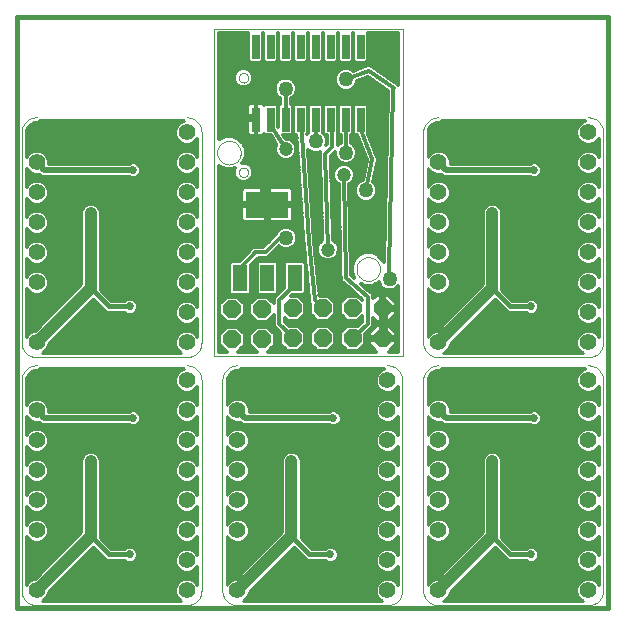
<source format=gbl>
G75*
G70*
%OFA0B0*%
%FSLAX24Y24*%
%IPPOS*%
%LPD*%
%AMOC8*
5,1,8,0,0,1.08239X$1,22.5*
%
%ADD10C,0.0160*%
%ADD11C,0.0000*%
%ADD12C,0.0560*%
%ADD13R,0.0260X0.0800*%
%ADD14OC8,0.0600*%
%ADD15R,0.0480X0.0880*%
%ADD16R,0.1417X0.0866*%
%ADD17C,0.0400*%
%ADD18C,0.0270*%
%ADD19C,0.0200*%
%ADD20C,0.0450*%
%ADD21C,0.0100*%
%ADD22C,0.0120*%
%ADD23C,0.0500*%
%ADD24C,0.0472*%
D10*
X000180Y000180D02*
X000180Y019865D01*
X019865Y019865D01*
X019865Y000180D01*
X000180Y000180D01*
X002622Y002559D02*
X003222Y001959D01*
X003922Y001959D01*
X009315Y002559D02*
X009915Y001959D01*
X010615Y001959D01*
X016008Y002559D02*
X016608Y001959D01*
X017308Y001959D01*
X017308Y010226D02*
X016608Y010226D01*
X016008Y010826D01*
X003922Y010226D02*
X003222Y010226D01*
X002622Y010826D01*
D11*
X000322Y009026D02*
X000324Y008982D01*
X000330Y008939D01*
X000339Y008897D01*
X000352Y008855D01*
X000369Y008815D01*
X000389Y008776D01*
X000412Y008739D01*
X000439Y008705D01*
X000468Y008672D01*
X000501Y008643D01*
X000535Y008616D01*
X000572Y008593D01*
X000611Y008573D01*
X000651Y008556D01*
X000693Y008543D01*
X000735Y008534D01*
X000778Y008528D01*
X000822Y008526D01*
X005822Y008526D01*
X005866Y008528D01*
X005909Y008534D01*
X005951Y008543D01*
X005993Y008556D01*
X006033Y008573D01*
X006072Y008593D01*
X006109Y008616D01*
X006143Y008643D01*
X006176Y008672D01*
X006205Y008705D01*
X006232Y008739D01*
X006255Y008776D01*
X006275Y008815D01*
X006292Y008855D01*
X006305Y008897D01*
X006314Y008939D01*
X006320Y008982D01*
X006322Y009026D01*
X006322Y016026D01*
X006320Y016070D01*
X006314Y016113D01*
X006305Y016155D01*
X006292Y016197D01*
X006275Y016237D01*
X006255Y016276D01*
X006232Y016313D01*
X006205Y016347D01*
X006176Y016380D01*
X006143Y016409D01*
X006109Y016436D01*
X006072Y016459D01*
X006033Y016479D01*
X005993Y016496D01*
X005951Y016509D01*
X005909Y016518D01*
X005866Y016524D01*
X005822Y016526D01*
X006843Y015347D02*
X006845Y015386D01*
X006851Y015425D01*
X006861Y015463D01*
X006874Y015500D01*
X006891Y015535D01*
X006911Y015569D01*
X006935Y015600D01*
X006962Y015629D01*
X006991Y015655D01*
X007023Y015678D01*
X007057Y015698D01*
X007093Y015714D01*
X007130Y015726D01*
X007169Y015735D01*
X007208Y015740D01*
X007247Y015741D01*
X007286Y015738D01*
X007325Y015731D01*
X007362Y015720D01*
X007399Y015706D01*
X007434Y015688D01*
X007467Y015667D01*
X007498Y015642D01*
X007526Y015615D01*
X007551Y015585D01*
X007573Y015552D01*
X007592Y015518D01*
X007607Y015482D01*
X007619Y015444D01*
X007627Y015406D01*
X007631Y015367D01*
X007631Y015327D01*
X007627Y015288D01*
X007619Y015250D01*
X007607Y015212D01*
X007592Y015176D01*
X007573Y015142D01*
X007551Y015109D01*
X007526Y015079D01*
X007498Y015052D01*
X007467Y015027D01*
X007434Y015006D01*
X007399Y014988D01*
X007362Y014974D01*
X007325Y014963D01*
X007286Y014956D01*
X007247Y014953D01*
X007208Y014954D01*
X007169Y014959D01*
X007130Y014968D01*
X007093Y014980D01*
X007057Y014996D01*
X007023Y015016D01*
X006991Y015039D01*
X006962Y015065D01*
X006935Y015094D01*
X006911Y015125D01*
X006891Y015159D01*
X006874Y015194D01*
X006861Y015231D01*
X006851Y015269D01*
X006845Y015308D01*
X006843Y015347D01*
X007564Y014694D02*
X007566Y014719D01*
X007572Y014743D01*
X007581Y014765D01*
X007594Y014786D01*
X007610Y014805D01*
X007629Y014821D01*
X007650Y014834D01*
X007672Y014843D01*
X007696Y014849D01*
X007721Y014851D01*
X007746Y014849D01*
X007770Y014843D01*
X007792Y014834D01*
X007813Y014821D01*
X007832Y014805D01*
X007848Y014786D01*
X007861Y014765D01*
X007870Y014743D01*
X007876Y014719D01*
X007878Y014694D01*
X007876Y014669D01*
X007870Y014645D01*
X007861Y014623D01*
X007848Y014602D01*
X007832Y014583D01*
X007813Y014567D01*
X007792Y014554D01*
X007770Y014545D01*
X007746Y014539D01*
X007721Y014537D01*
X007696Y014539D01*
X007672Y014545D01*
X007650Y014554D01*
X007629Y014567D01*
X007610Y014583D01*
X007594Y014602D01*
X007581Y014623D01*
X007572Y014645D01*
X007566Y014669D01*
X007564Y014694D01*
X007564Y017843D02*
X007566Y017868D01*
X007572Y017892D01*
X007581Y017914D01*
X007594Y017935D01*
X007610Y017954D01*
X007629Y017970D01*
X007650Y017983D01*
X007672Y017992D01*
X007696Y017998D01*
X007721Y018000D01*
X007746Y017998D01*
X007770Y017992D01*
X007792Y017983D01*
X007813Y017970D01*
X007832Y017954D01*
X007848Y017935D01*
X007861Y017914D01*
X007870Y017892D01*
X007876Y017868D01*
X007878Y017843D01*
X007876Y017818D01*
X007870Y017794D01*
X007861Y017772D01*
X007848Y017751D01*
X007832Y017732D01*
X007813Y017716D01*
X007792Y017703D01*
X007770Y017694D01*
X007746Y017688D01*
X007721Y017686D01*
X007696Y017688D01*
X007672Y017694D01*
X007650Y017703D01*
X007629Y017716D01*
X007610Y017732D01*
X007594Y017751D01*
X007581Y017772D01*
X007572Y017794D01*
X007566Y017818D01*
X007564Y017843D01*
X006745Y019481D02*
X013044Y019481D01*
X013044Y008556D01*
X006745Y008556D01*
X006745Y019481D01*
X000822Y016526D02*
X000778Y016524D01*
X000735Y016518D01*
X000693Y016509D01*
X000651Y016496D01*
X000611Y016479D01*
X000572Y016459D01*
X000535Y016436D01*
X000501Y016409D01*
X000468Y016380D01*
X000439Y016347D01*
X000412Y016313D01*
X000389Y016276D01*
X000369Y016237D01*
X000352Y016197D01*
X000339Y016155D01*
X000330Y016113D01*
X000324Y016070D01*
X000322Y016026D01*
X000322Y009026D01*
X000322Y007759D02*
X000322Y000759D01*
X000324Y000715D01*
X000330Y000672D01*
X000339Y000630D01*
X000352Y000588D01*
X000369Y000548D01*
X000389Y000509D01*
X000412Y000472D01*
X000439Y000438D01*
X000468Y000405D01*
X000501Y000376D01*
X000535Y000349D01*
X000572Y000326D01*
X000611Y000306D01*
X000651Y000289D01*
X000693Y000276D01*
X000735Y000267D01*
X000778Y000261D01*
X000822Y000259D01*
X005822Y000259D01*
X005866Y000261D01*
X005909Y000267D01*
X005951Y000276D01*
X005993Y000289D01*
X006033Y000306D01*
X006072Y000326D01*
X006109Y000349D01*
X006143Y000376D01*
X006176Y000405D01*
X006205Y000438D01*
X006232Y000472D01*
X006255Y000509D01*
X006275Y000548D01*
X006292Y000588D01*
X006305Y000630D01*
X006314Y000672D01*
X006320Y000715D01*
X006322Y000759D01*
X006322Y007759D01*
X006320Y007803D01*
X006314Y007846D01*
X006305Y007888D01*
X006292Y007930D01*
X006275Y007970D01*
X006255Y008009D01*
X006232Y008046D01*
X006205Y008080D01*
X006176Y008113D01*
X006143Y008142D01*
X006109Y008169D01*
X006072Y008192D01*
X006033Y008212D01*
X005993Y008229D01*
X005951Y008242D01*
X005909Y008251D01*
X005866Y008257D01*
X005822Y008259D01*
X007015Y007759D02*
X007015Y000759D01*
X007017Y000715D01*
X007023Y000672D01*
X007032Y000630D01*
X007045Y000588D01*
X007062Y000548D01*
X007082Y000509D01*
X007105Y000472D01*
X007132Y000438D01*
X007161Y000405D01*
X007194Y000376D01*
X007228Y000349D01*
X007265Y000326D01*
X007304Y000306D01*
X007344Y000289D01*
X007386Y000276D01*
X007428Y000267D01*
X007471Y000261D01*
X007515Y000259D01*
X012515Y000259D01*
X012559Y000261D01*
X012602Y000267D01*
X012644Y000276D01*
X012686Y000289D01*
X012726Y000306D01*
X012765Y000326D01*
X012802Y000349D01*
X012836Y000376D01*
X012869Y000405D01*
X012898Y000438D01*
X012925Y000472D01*
X012948Y000509D01*
X012968Y000548D01*
X012985Y000588D01*
X012998Y000630D01*
X013007Y000672D01*
X013013Y000715D01*
X013015Y000759D01*
X013015Y007759D01*
X013013Y007803D01*
X013007Y007846D01*
X012998Y007888D01*
X012985Y007930D01*
X012968Y007970D01*
X012948Y008009D01*
X012925Y008046D01*
X012898Y008080D01*
X012869Y008113D01*
X012836Y008142D01*
X012802Y008169D01*
X012765Y008192D01*
X012726Y008212D01*
X012686Y008229D01*
X012644Y008242D01*
X012602Y008251D01*
X012559Y008257D01*
X012515Y008259D01*
X013708Y007759D02*
X013708Y000759D01*
X013710Y000715D01*
X013716Y000672D01*
X013725Y000630D01*
X013738Y000588D01*
X013755Y000548D01*
X013775Y000509D01*
X013798Y000472D01*
X013825Y000438D01*
X013854Y000405D01*
X013887Y000376D01*
X013921Y000349D01*
X013958Y000326D01*
X013997Y000306D01*
X014037Y000289D01*
X014079Y000276D01*
X014121Y000267D01*
X014164Y000261D01*
X014208Y000259D01*
X019208Y000259D01*
X019252Y000261D01*
X019295Y000267D01*
X019337Y000276D01*
X019379Y000289D01*
X019419Y000306D01*
X019458Y000326D01*
X019495Y000349D01*
X019529Y000376D01*
X019562Y000405D01*
X019591Y000438D01*
X019618Y000472D01*
X019641Y000509D01*
X019661Y000548D01*
X019678Y000588D01*
X019691Y000630D01*
X019700Y000672D01*
X019706Y000715D01*
X019708Y000759D01*
X019708Y007759D01*
X019706Y007803D01*
X019700Y007846D01*
X019691Y007888D01*
X019678Y007930D01*
X019661Y007970D01*
X019641Y008009D01*
X019618Y008046D01*
X019591Y008080D01*
X019562Y008113D01*
X019529Y008142D01*
X019495Y008169D01*
X019458Y008192D01*
X019419Y008212D01*
X019379Y008229D01*
X019337Y008242D01*
X019295Y008251D01*
X019252Y008257D01*
X019208Y008259D01*
X019208Y008526D02*
X014208Y008526D01*
X014164Y008528D01*
X014121Y008534D01*
X014079Y008543D01*
X014037Y008556D01*
X013997Y008573D01*
X013958Y008593D01*
X013921Y008616D01*
X013887Y008643D01*
X013854Y008672D01*
X013825Y008705D01*
X013798Y008739D01*
X013775Y008776D01*
X013755Y008815D01*
X013738Y008855D01*
X013725Y008897D01*
X013716Y008939D01*
X013710Y008982D01*
X013708Y009026D01*
X013708Y016026D01*
X013710Y016070D01*
X013716Y016113D01*
X013725Y016155D01*
X013738Y016197D01*
X013755Y016237D01*
X013775Y016276D01*
X013798Y016313D01*
X013825Y016347D01*
X013854Y016380D01*
X013887Y016409D01*
X013921Y016436D01*
X013958Y016459D01*
X013997Y016479D01*
X014037Y016496D01*
X014079Y016509D01*
X014121Y016518D01*
X014164Y016524D01*
X014208Y016526D01*
X019208Y016526D02*
X019252Y016524D01*
X019295Y016518D01*
X019337Y016509D01*
X019379Y016496D01*
X019419Y016479D01*
X019458Y016459D01*
X019495Y016436D01*
X019529Y016409D01*
X019562Y016380D01*
X019591Y016347D01*
X019618Y016313D01*
X019641Y016276D01*
X019661Y016237D01*
X019678Y016197D01*
X019691Y016155D01*
X019700Y016113D01*
X019706Y016070D01*
X019708Y016026D01*
X019708Y009026D01*
X019706Y008982D01*
X019700Y008939D01*
X019691Y008897D01*
X019678Y008855D01*
X019661Y008815D01*
X019641Y008776D01*
X019618Y008739D01*
X019591Y008705D01*
X019562Y008672D01*
X019529Y008643D01*
X019495Y008616D01*
X019458Y008593D01*
X019419Y008573D01*
X019379Y008556D01*
X019337Y008543D01*
X019295Y008534D01*
X019252Y008528D01*
X019208Y008526D01*
X014208Y008259D02*
X014164Y008257D01*
X014121Y008251D01*
X014079Y008242D01*
X014037Y008229D01*
X013997Y008212D01*
X013958Y008192D01*
X013921Y008169D01*
X013887Y008142D01*
X013854Y008113D01*
X013825Y008080D01*
X013798Y008046D01*
X013775Y008009D01*
X013755Y007970D01*
X013738Y007930D01*
X013725Y007888D01*
X013716Y007846D01*
X013710Y007803D01*
X013708Y007759D01*
X011489Y011469D02*
X011491Y011508D01*
X011497Y011547D01*
X011507Y011585D01*
X011520Y011622D01*
X011537Y011657D01*
X011557Y011691D01*
X011581Y011722D01*
X011608Y011751D01*
X011637Y011777D01*
X011669Y011800D01*
X011703Y011820D01*
X011739Y011836D01*
X011776Y011848D01*
X011815Y011857D01*
X011854Y011862D01*
X011893Y011863D01*
X011932Y011860D01*
X011971Y011853D01*
X012008Y011842D01*
X012045Y011828D01*
X012080Y011810D01*
X012113Y011789D01*
X012144Y011764D01*
X012172Y011737D01*
X012197Y011707D01*
X012219Y011674D01*
X012238Y011640D01*
X012253Y011604D01*
X012265Y011566D01*
X012273Y011528D01*
X012277Y011489D01*
X012277Y011449D01*
X012273Y011410D01*
X012265Y011372D01*
X012253Y011334D01*
X012238Y011298D01*
X012219Y011264D01*
X012197Y011231D01*
X012172Y011201D01*
X012144Y011174D01*
X012113Y011149D01*
X012080Y011128D01*
X012045Y011110D01*
X012008Y011096D01*
X011971Y011085D01*
X011932Y011078D01*
X011893Y011075D01*
X011854Y011076D01*
X011815Y011081D01*
X011776Y011090D01*
X011739Y011102D01*
X011703Y011118D01*
X011669Y011138D01*
X011637Y011161D01*
X011608Y011187D01*
X011581Y011216D01*
X011557Y011247D01*
X011537Y011281D01*
X011520Y011316D01*
X011507Y011353D01*
X011497Y011391D01*
X011491Y011430D01*
X011489Y011469D01*
X007515Y008259D02*
X007471Y008257D01*
X007428Y008251D01*
X007386Y008242D01*
X007344Y008229D01*
X007304Y008212D01*
X007265Y008192D01*
X007228Y008169D01*
X007194Y008142D01*
X007161Y008113D01*
X007132Y008080D01*
X007105Y008046D01*
X007082Y008009D01*
X007062Y007970D01*
X007045Y007930D01*
X007032Y007888D01*
X007023Y007846D01*
X007017Y007803D01*
X007015Y007759D01*
X000822Y008259D02*
X000778Y008257D01*
X000735Y008251D01*
X000693Y008242D01*
X000651Y008229D01*
X000611Y008212D01*
X000572Y008192D01*
X000535Y008169D01*
X000501Y008142D01*
X000468Y008113D01*
X000439Y008080D01*
X000412Y008046D01*
X000389Y008009D01*
X000369Y007970D01*
X000352Y007930D01*
X000339Y007888D01*
X000330Y007846D01*
X000324Y007803D01*
X000322Y007759D01*
D12*
X000822Y007759D03*
X000822Y006759D03*
X000822Y005759D03*
X000822Y004759D03*
X000822Y003759D03*
X000822Y002759D03*
X000822Y001759D03*
X000822Y000759D03*
X005822Y000759D03*
X005822Y001759D03*
X005822Y002759D03*
X005822Y003759D03*
X005822Y004759D03*
X005822Y005759D03*
X005822Y006759D03*
X005822Y007759D03*
X005822Y009026D03*
X005822Y010026D03*
X005822Y011026D03*
X005822Y012026D03*
X005822Y013026D03*
X005822Y014026D03*
X005822Y015026D03*
X005822Y016026D03*
X000822Y016026D03*
X000822Y015026D03*
X000822Y014026D03*
X000822Y013026D03*
X000822Y012026D03*
X000822Y011026D03*
X000822Y010026D03*
X000822Y009026D03*
X007515Y007759D03*
X007515Y006759D03*
X007515Y005759D03*
X007515Y004759D03*
X007515Y003759D03*
X007515Y002759D03*
X007515Y001759D03*
X007515Y000759D03*
X012515Y000759D03*
X012515Y001759D03*
X012515Y002759D03*
X012515Y003759D03*
X012515Y004759D03*
X012515Y005759D03*
X012515Y006759D03*
X012515Y007759D03*
X014208Y007759D03*
X014208Y006759D03*
X014208Y005759D03*
X014208Y004759D03*
X014208Y003759D03*
X014208Y002759D03*
X014208Y001759D03*
X014208Y000759D03*
X019208Y000759D03*
X019208Y001759D03*
X019208Y002759D03*
X019208Y003759D03*
X019208Y004759D03*
X019208Y005759D03*
X019208Y006759D03*
X019208Y007759D03*
X019208Y009026D03*
X019208Y010026D03*
X019208Y011026D03*
X019208Y012026D03*
X019208Y013026D03*
X019208Y014026D03*
X019208Y015026D03*
X019208Y016026D03*
X014208Y016026D03*
X014208Y015026D03*
X014208Y014026D03*
X014208Y013026D03*
X014208Y012026D03*
X014208Y011026D03*
X014208Y010026D03*
X014208Y009026D03*
D13*
X011631Y016452D03*
X011131Y016452D03*
X010631Y016452D03*
X010131Y016452D03*
X009631Y016452D03*
X009131Y016452D03*
X008631Y016452D03*
X008131Y016452D03*
X008131Y018872D03*
X008631Y018872D03*
X009131Y018872D03*
X009631Y018872D03*
X010131Y018872D03*
X010631Y018872D03*
X011131Y018872D03*
X011631Y018872D03*
D14*
X011359Y010158D03*
X011359Y009158D03*
X010359Y009158D03*
X009359Y009158D03*
X009359Y010158D03*
X010359Y010158D03*
X012359Y010158D03*
X012359Y009158D03*
X008337Y009127D03*
X007337Y009127D03*
X007337Y010127D03*
X008337Y010127D03*
D15*
X008517Y011175D03*
X009427Y011175D03*
X007607Y011175D03*
D16*
X008517Y013615D03*
D17*
X014208Y009026D02*
X016008Y010826D01*
X016008Y011726D01*
X016008Y013326D01*
X016008Y005059D02*
X016008Y003459D01*
X016008Y002559D01*
X014208Y000759D01*
X009315Y002559D02*
X007515Y000759D01*
X009315Y002559D02*
X009315Y003459D01*
X009315Y005059D01*
X002622Y005059D02*
X002622Y003459D01*
X002622Y002559D01*
X000822Y000759D01*
X000822Y009026D02*
X002622Y010826D01*
X002622Y011726D01*
X002622Y013326D01*
D18*
X002622Y013326D03*
X001772Y013226D03*
X001772Y011826D03*
X002622Y011726D03*
X003922Y010226D03*
X004922Y009526D03*
X005322Y009526D03*
X004022Y006509D03*
X005122Y006009D03*
X002622Y005059D03*
X001772Y004959D03*
X001772Y003559D03*
X002622Y003459D03*
X003922Y001959D03*
X004922Y001259D03*
X005322Y001259D03*
X008465Y003559D03*
X009315Y003459D03*
X009315Y005059D03*
X008465Y004959D03*
X010715Y006509D03*
X011815Y006009D03*
X015158Y004959D03*
X016008Y005059D03*
X016008Y003459D03*
X015158Y003559D03*
X017308Y001959D03*
X018308Y001259D03*
X018708Y001259D03*
X018508Y006009D03*
X017408Y006509D03*
X018308Y009526D03*
X018708Y009526D03*
X017308Y010226D03*
X016008Y011726D03*
X015158Y011826D03*
X015158Y013226D03*
X016008Y013326D03*
X017408Y014776D03*
X018508Y014276D03*
X010615Y001959D03*
X011615Y001259D03*
X012015Y001259D03*
X005122Y014276D03*
X004022Y014776D03*
D19*
X001072Y014776D01*
X000822Y015026D01*
X000822Y006759D02*
X001072Y006509D01*
X004022Y006509D01*
X007515Y006759D02*
X007765Y006509D01*
X010715Y006509D01*
X014208Y006759D02*
X014458Y006509D01*
X017408Y006509D01*
X017408Y014776D02*
X014458Y014776D01*
X014208Y015026D01*
D20*
X016808Y012926D03*
X016808Y012526D03*
X016808Y012126D03*
X017208Y012126D03*
X017608Y012126D03*
X017608Y012526D03*
X017208Y012526D03*
X017208Y012926D03*
X017608Y012926D03*
X017608Y004659D03*
X017608Y004259D03*
X017608Y003859D03*
X017208Y003859D03*
X017208Y004259D03*
X017208Y004659D03*
X016808Y004659D03*
X016808Y004259D03*
X016808Y003859D03*
X010915Y003859D03*
X010915Y004259D03*
X010915Y004659D03*
X010515Y004659D03*
X010515Y004259D03*
X010515Y003859D03*
X010115Y003859D03*
X010115Y004259D03*
X010115Y004659D03*
X004222Y004659D03*
X004222Y004259D03*
X004222Y003859D03*
X003822Y003859D03*
X003822Y004259D03*
X003822Y004659D03*
X003422Y004659D03*
X003422Y004259D03*
X003422Y003859D03*
X003422Y012126D03*
X003822Y012126D03*
X004222Y012126D03*
X004222Y012526D03*
X003822Y012526D03*
X003422Y012526D03*
X003422Y012926D03*
X003822Y012926D03*
X004222Y012926D03*
D21*
X005432Y012949D02*
X005491Y012806D01*
X005601Y012696D01*
X005744Y012636D01*
X005899Y012636D01*
X006043Y012696D01*
X006152Y012806D01*
X006172Y012852D01*
X006172Y012201D01*
X006152Y012247D01*
X006043Y012357D01*
X005899Y012416D01*
X005744Y012416D01*
X005601Y012357D01*
X005491Y012247D01*
X005432Y012104D01*
X005432Y011949D01*
X005491Y011806D01*
X005601Y011696D01*
X005744Y011636D01*
X005899Y011636D01*
X006043Y011696D01*
X006152Y011806D01*
X006172Y011852D01*
X006172Y011201D01*
X006152Y011247D01*
X006043Y011357D01*
X005899Y011416D01*
X005744Y011416D01*
X005601Y011357D01*
X005491Y011247D01*
X005432Y011104D01*
X005432Y010949D01*
X005491Y010806D01*
X005601Y010696D01*
X005744Y010636D01*
X005899Y010636D01*
X006043Y010696D01*
X006152Y010806D01*
X006172Y010852D01*
X006172Y010201D01*
X006152Y010247D01*
X006043Y010357D01*
X005899Y010416D01*
X005744Y010416D01*
X005601Y010357D01*
X005491Y010247D01*
X005432Y010104D01*
X005432Y009949D01*
X005491Y009806D01*
X005601Y009696D01*
X005744Y009636D01*
X005899Y009636D01*
X006043Y009696D01*
X006152Y009806D01*
X006172Y009852D01*
X006172Y009201D01*
X006152Y009247D01*
X006043Y009357D01*
X005899Y009416D01*
X005744Y009416D01*
X005601Y009357D01*
X005491Y009247D01*
X005432Y009104D01*
X005432Y008949D01*
X005491Y008806D01*
X005601Y008696D01*
X005648Y008676D01*
X000996Y008676D01*
X001043Y008696D01*
X001152Y008806D01*
X001212Y008949D01*
X001212Y008978D01*
X002707Y010473D01*
X003143Y010036D01*
X003765Y010036D01*
X003783Y010019D01*
X003873Y009981D01*
X003970Y009981D01*
X004061Y010019D01*
X004129Y010088D01*
X004167Y010178D01*
X004167Y010275D01*
X004129Y010365D01*
X004061Y010434D01*
X003970Y010471D01*
X003873Y010471D01*
X003783Y010434D01*
X003765Y010416D01*
X003300Y010416D01*
X002932Y010785D01*
X002932Y013388D01*
X002885Y013502D01*
X002797Y013589D01*
X002683Y013636D01*
X002560Y013636D01*
X002446Y013589D01*
X002359Y013502D01*
X002312Y013388D01*
X002312Y010955D01*
X000773Y009416D01*
X000744Y009416D01*
X000601Y009357D01*
X000491Y009247D01*
X000472Y009201D01*
X000472Y010852D01*
X000491Y010806D01*
X000601Y010696D01*
X000744Y010636D01*
X000899Y010636D01*
X001043Y010696D01*
X001152Y010806D01*
X001212Y010949D01*
X001212Y011104D01*
X001152Y011247D01*
X001043Y011357D01*
X000899Y011416D01*
X000744Y011416D01*
X000601Y011357D01*
X000491Y011247D01*
X000472Y011201D01*
X000472Y011852D01*
X000491Y011806D01*
X000601Y011696D01*
X000744Y011636D01*
X000899Y011636D01*
X001043Y011696D01*
X001152Y011806D01*
X001212Y011949D01*
X001212Y012104D01*
X001152Y012247D01*
X001043Y012357D01*
X000899Y012416D01*
X000744Y012416D01*
X000601Y012357D01*
X000491Y012247D01*
X000472Y012201D01*
X000472Y012852D01*
X000491Y012806D01*
X000601Y012696D01*
X000744Y012636D01*
X000899Y012636D01*
X001043Y012696D01*
X001152Y012806D01*
X001212Y012949D01*
X001212Y013104D01*
X001152Y013247D01*
X001043Y013357D01*
X000899Y013416D01*
X000744Y013416D01*
X000601Y013357D01*
X000491Y013247D01*
X000472Y013201D01*
X000472Y013852D01*
X000491Y013806D01*
X000601Y013696D01*
X000744Y013636D01*
X000899Y013636D01*
X001043Y013696D01*
X001152Y013806D01*
X001212Y013949D01*
X001212Y014104D01*
X001152Y014247D01*
X001043Y014357D01*
X000899Y014416D01*
X000744Y014416D01*
X000601Y014357D01*
X000491Y014247D01*
X000472Y014201D01*
X000472Y014852D01*
X000491Y014806D01*
X000601Y014696D01*
X000744Y014636D01*
X000899Y014636D01*
X000910Y014641D01*
X000985Y014566D01*
X003889Y014566D01*
X003973Y014531D01*
X004070Y014531D01*
X004161Y014569D01*
X004229Y014638D01*
X004267Y014728D01*
X004267Y014825D01*
X004229Y014915D01*
X004161Y014984D01*
X004070Y015021D01*
X003973Y015021D01*
X003889Y014986D01*
X001212Y014986D01*
X001212Y015104D01*
X001152Y015247D01*
X001043Y015357D01*
X000899Y015416D01*
X000744Y015416D01*
X000601Y015357D01*
X000491Y015247D01*
X000472Y015201D01*
X000472Y016026D01*
X000478Y016095D01*
X000531Y016221D01*
X000627Y016317D01*
X000753Y016370D01*
X000822Y016376D01*
X000884Y016376D01*
X000934Y016426D01*
X005710Y016426D01*
X005727Y016409D01*
X005601Y016357D01*
X005491Y016247D01*
X005432Y016104D01*
X005432Y015949D01*
X005491Y015806D01*
X005601Y015696D01*
X005744Y015636D01*
X005899Y015636D01*
X006043Y015696D01*
X006152Y015806D01*
X006172Y015852D01*
X006172Y015201D01*
X006152Y015247D01*
X006043Y015357D01*
X005899Y015416D01*
X005744Y015416D01*
X005601Y015357D01*
X005491Y015247D01*
X005432Y015104D01*
X005432Y014949D01*
X005491Y014806D01*
X005601Y014696D01*
X005744Y014636D01*
X005899Y014636D01*
X006043Y014696D01*
X006152Y014806D01*
X006172Y014852D01*
X006172Y014201D01*
X006152Y014247D01*
X006043Y014357D01*
X005899Y014416D01*
X005744Y014416D01*
X005601Y014357D01*
X005491Y014247D01*
X005432Y014104D01*
X005432Y013949D01*
X005491Y013806D01*
X005601Y013696D01*
X005744Y013636D01*
X005899Y013636D01*
X006043Y013696D01*
X006152Y013806D01*
X006172Y013852D01*
X006172Y013201D01*
X006152Y013247D01*
X006043Y013357D01*
X005899Y013416D01*
X005744Y013416D01*
X005601Y013357D01*
X005491Y013247D01*
X005432Y013104D01*
X005432Y012949D01*
X005432Y012985D02*
X002932Y012985D01*
X002932Y012887D02*
X005458Y012887D01*
X005509Y012788D02*
X002932Y012788D01*
X002932Y012690D02*
X005616Y012690D01*
X005690Y012394D02*
X002932Y012394D01*
X002932Y012296D02*
X005539Y012296D01*
X005470Y012197D02*
X002932Y012197D01*
X002932Y012099D02*
X005432Y012099D01*
X005432Y012000D02*
X002932Y012000D01*
X002932Y011902D02*
X005451Y011902D01*
X005494Y011803D02*
X002932Y011803D01*
X002932Y011705D02*
X005592Y011705D01*
X005726Y011409D02*
X002932Y011409D01*
X002932Y011311D02*
X005554Y011311D01*
X005476Y011212D02*
X002932Y011212D01*
X002932Y011114D02*
X005436Y011114D01*
X005432Y011015D02*
X002932Y011015D01*
X002932Y010917D02*
X005445Y010917D01*
X005486Y010818D02*
X002932Y010818D01*
X002997Y010720D02*
X005577Y010720D01*
X005569Y010326D02*
X004146Y010326D01*
X004167Y010227D02*
X005483Y010227D01*
X005442Y010129D02*
X004146Y010129D01*
X004072Y010030D02*
X005432Y010030D01*
X005439Y009932D02*
X002165Y009932D01*
X002264Y010030D02*
X003772Y010030D01*
X003773Y010424D02*
X003293Y010424D01*
X003194Y010523D02*
X006172Y010523D01*
X006172Y010621D02*
X003096Y010621D01*
X002854Y010326D02*
X002559Y010326D01*
X002658Y010424D02*
X002755Y010424D01*
X002952Y010227D02*
X002461Y010227D01*
X002362Y010129D02*
X003051Y010129D01*
X002273Y010917D02*
X001198Y010917D01*
X001212Y011015D02*
X002312Y011015D01*
X002312Y011114D02*
X001208Y011114D01*
X001167Y011212D02*
X002312Y011212D01*
X002312Y011311D02*
X001089Y011311D01*
X000917Y011409D02*
X002312Y011409D01*
X002312Y011508D02*
X000472Y011508D01*
X000472Y011606D02*
X002312Y011606D01*
X002312Y011705D02*
X001051Y011705D01*
X001150Y011803D02*
X002312Y011803D01*
X002312Y011902D02*
X001192Y011902D01*
X001212Y012000D02*
X002312Y012000D01*
X002312Y012099D02*
X001212Y012099D01*
X001173Y012197D02*
X002312Y012197D01*
X002312Y012296D02*
X001104Y012296D01*
X000953Y012394D02*
X002312Y012394D01*
X002312Y012493D02*
X000472Y012493D01*
X000472Y012591D02*
X002312Y012591D01*
X002312Y012690D02*
X001027Y012690D01*
X001135Y012788D02*
X002312Y012788D01*
X002312Y012887D02*
X001186Y012887D01*
X001212Y012985D02*
X002312Y012985D01*
X002312Y013084D02*
X001212Y013084D01*
X001179Y013182D02*
X002312Y013182D01*
X002312Y013281D02*
X001119Y013281D01*
X000990Y013379D02*
X002312Y013379D01*
X002349Y013478D02*
X000472Y013478D01*
X000472Y013576D02*
X002433Y013576D01*
X002811Y013576D02*
X006172Y013576D01*
X006172Y013478D02*
X002895Y013478D01*
X002932Y013379D02*
X005654Y013379D01*
X005524Y013281D02*
X002932Y013281D01*
X002932Y013182D02*
X005464Y013182D01*
X005432Y013084D02*
X002932Y013084D01*
X002932Y012591D02*
X006172Y012591D01*
X006172Y012493D02*
X002932Y012493D01*
X002932Y011606D02*
X006172Y011606D01*
X006172Y011508D02*
X002932Y011508D01*
X002175Y010818D02*
X001158Y010818D01*
X001066Y010720D02*
X002076Y010720D01*
X001978Y010621D02*
X000472Y010621D01*
X000472Y010523D02*
X001879Y010523D01*
X001781Y010424D02*
X000472Y010424D01*
X000472Y010326D02*
X001682Y010326D01*
X001584Y010227D02*
X000472Y010227D01*
X000472Y010129D02*
X001485Y010129D01*
X001387Y010030D02*
X000472Y010030D01*
X000472Y009932D02*
X001288Y009932D01*
X001190Y009833D02*
X000472Y009833D01*
X000472Y009735D02*
X001091Y009735D01*
X000993Y009636D02*
X000472Y009636D01*
X000472Y009538D02*
X000894Y009538D01*
X000796Y009439D02*
X000472Y009439D01*
X000472Y009341D02*
X000584Y009341D01*
X000489Y009242D02*
X000472Y009242D01*
X001096Y008750D02*
X005547Y008750D01*
X005474Y008848D02*
X001170Y008848D01*
X001211Y008947D02*
X005433Y008947D01*
X005432Y009045D02*
X001279Y009045D01*
X001377Y009144D02*
X005448Y009144D01*
X005489Y009242D02*
X001476Y009242D01*
X001574Y009341D02*
X005584Y009341D01*
X005562Y009735D02*
X001968Y009735D01*
X002067Y009833D02*
X005480Y009833D01*
X006081Y009735D02*
X006172Y009735D01*
X006164Y009833D02*
X006172Y009833D01*
X006172Y009636D02*
X001870Y009636D01*
X001771Y009538D02*
X006172Y009538D01*
X006172Y009439D02*
X001673Y009439D01*
X000934Y008159D02*
X005710Y008159D01*
X005727Y008142D01*
X005601Y008089D01*
X005491Y007980D01*
X005432Y007836D01*
X005432Y007681D01*
X005491Y007538D01*
X005601Y007428D01*
X005744Y007369D01*
X005899Y007369D01*
X006043Y007428D01*
X006152Y007538D01*
X006172Y007585D01*
X006172Y006933D01*
X006152Y006980D01*
X006043Y007089D01*
X005899Y007149D01*
X005744Y007149D01*
X005601Y007089D01*
X005491Y006980D01*
X005432Y006836D01*
X005432Y006681D01*
X004196Y006681D01*
X004229Y006648D02*
X004161Y006716D01*
X004070Y006754D01*
X003973Y006754D01*
X003888Y006719D01*
X001212Y006719D01*
X001212Y006836D01*
X001152Y006980D01*
X001043Y007089D01*
X000899Y007149D01*
X000744Y007149D01*
X000601Y007089D01*
X000491Y006980D01*
X000472Y006933D01*
X000472Y007759D01*
X000478Y007827D01*
X000531Y007953D01*
X000627Y008050D01*
X000753Y008102D01*
X000822Y008109D01*
X000884Y008109D01*
X000934Y008159D01*
X005710Y008159D01*
X005571Y008060D02*
X000652Y008060D01*
X000539Y007962D02*
X005484Y007962D01*
X005443Y007863D02*
X000493Y007863D01*
X000472Y007765D02*
X005432Y007765D01*
X005438Y007666D02*
X000472Y007666D01*
X000472Y007568D02*
X005479Y007568D01*
X005560Y007469D02*
X000472Y007469D01*
X000472Y007371D02*
X005740Y007371D01*
X005904Y007371D02*
X006172Y007371D01*
X006172Y007469D02*
X006084Y007469D01*
X006165Y007568D02*
X006172Y007568D01*
X006172Y007272D02*
X000472Y007272D01*
X000472Y007174D02*
X006172Y007174D01*
X006172Y007075D02*
X006057Y007075D01*
X006154Y006977D02*
X006172Y006977D01*
X006172Y006585D02*
X006172Y005933D01*
X006152Y005980D01*
X006043Y006089D01*
X005899Y006149D01*
X005744Y006149D01*
X005601Y006089D01*
X005491Y005980D01*
X005432Y005836D01*
X005432Y005681D01*
X005491Y005538D01*
X005601Y005428D01*
X005744Y005369D01*
X005899Y005369D01*
X006043Y005428D01*
X006152Y005538D01*
X006172Y005585D01*
X006172Y004933D01*
X006152Y004980D01*
X006043Y005089D01*
X005899Y005149D01*
X005744Y005149D01*
X005601Y005089D01*
X005491Y004980D01*
X005432Y004836D01*
X005432Y004681D01*
X005491Y004538D01*
X005601Y004428D01*
X005744Y004369D01*
X005899Y004369D01*
X006043Y004428D01*
X006152Y004538D01*
X006172Y004585D01*
X006172Y003933D01*
X006152Y003980D01*
X006043Y004089D01*
X005899Y004149D01*
X005744Y004149D01*
X005601Y004089D01*
X005491Y003980D01*
X005432Y003836D01*
X005432Y003681D01*
X005491Y003538D01*
X005601Y003428D01*
X005744Y003369D01*
X005899Y003369D01*
X006043Y003428D01*
X006152Y003538D01*
X006172Y003585D01*
X006172Y002933D01*
X006152Y002980D01*
X006043Y003089D01*
X005899Y003149D01*
X005744Y003149D01*
X005601Y003089D01*
X005491Y002980D01*
X005432Y002836D01*
X005432Y002681D01*
X005491Y002538D01*
X005601Y002428D01*
X005744Y002369D01*
X005899Y002369D01*
X006043Y002428D01*
X006152Y002538D01*
X006172Y002585D01*
X006172Y001933D01*
X006152Y001980D01*
X006043Y002089D01*
X005899Y002149D01*
X005744Y002149D01*
X005601Y002089D01*
X005491Y001980D01*
X005432Y001836D01*
X005432Y001681D01*
X005491Y001538D01*
X005601Y001428D01*
X005744Y001369D01*
X005899Y001369D01*
X006043Y001428D01*
X006152Y001538D01*
X006172Y001585D01*
X006172Y000933D01*
X006152Y000980D01*
X006043Y001089D01*
X005899Y001149D01*
X005744Y001149D01*
X005601Y001089D01*
X005491Y000980D01*
X005432Y000836D01*
X005432Y000681D01*
X005491Y000538D01*
X005601Y000428D01*
X005645Y000410D01*
X000999Y000410D01*
X001043Y000428D01*
X001152Y000538D01*
X001212Y000681D01*
X001212Y000710D01*
X002707Y002205D01*
X003143Y001769D01*
X003765Y001769D01*
X003783Y001751D01*
X003873Y001714D01*
X003970Y001714D01*
X004061Y001751D01*
X004129Y001820D01*
X004167Y001910D01*
X004167Y002007D01*
X004129Y002098D01*
X004061Y002166D01*
X003970Y002204D01*
X003873Y002204D01*
X003783Y002166D01*
X003765Y002149D01*
X003300Y002149D01*
X002932Y002517D01*
X002932Y005120D01*
X002885Y005234D01*
X002797Y005322D01*
X002683Y005369D01*
X002560Y005369D01*
X002446Y005322D01*
X002359Y005234D01*
X002312Y005120D01*
X002312Y002687D01*
X000773Y001149D01*
X000744Y001149D01*
X000601Y001089D01*
X000491Y000980D01*
X000472Y000933D01*
X000472Y002585D01*
X000491Y002538D01*
X000601Y002428D01*
X000744Y002369D01*
X000899Y002369D01*
X001043Y002428D01*
X001152Y002538D01*
X001212Y002681D01*
X001212Y002836D01*
X001152Y002980D01*
X001043Y003089D01*
X000899Y003149D01*
X000744Y003149D01*
X000601Y003089D01*
X000491Y002980D01*
X000472Y002933D01*
X000472Y003585D01*
X000491Y003538D01*
X000601Y003428D01*
X000744Y003369D01*
X000899Y003369D01*
X001043Y003428D01*
X001152Y003538D01*
X001212Y003681D01*
X001212Y003836D01*
X001152Y003980D01*
X001043Y004089D01*
X000899Y004149D01*
X000744Y004149D01*
X000601Y004089D01*
X000491Y003980D01*
X000472Y003933D01*
X000472Y004585D01*
X000491Y004538D01*
X000601Y004428D01*
X000744Y004369D01*
X000899Y004369D01*
X001043Y004428D01*
X001152Y004538D01*
X001212Y004681D01*
X001212Y004836D01*
X001152Y004980D01*
X001043Y005089D01*
X000899Y005149D01*
X000744Y005149D01*
X000601Y005089D01*
X000491Y004980D01*
X000472Y004933D01*
X000472Y005585D01*
X000491Y005538D01*
X000601Y005428D01*
X000744Y005369D01*
X000899Y005369D01*
X001043Y005428D01*
X001152Y005538D01*
X001212Y005681D01*
X001212Y005836D01*
X001152Y005980D01*
X001043Y006089D01*
X000899Y006149D01*
X000744Y006149D01*
X000601Y006089D01*
X000491Y005980D01*
X000472Y005933D01*
X000472Y006585D01*
X000491Y006538D01*
X000601Y006428D01*
X000744Y006369D01*
X000899Y006369D01*
X000910Y006373D01*
X000985Y006299D01*
X003888Y006299D01*
X003973Y006264D01*
X004070Y006264D01*
X004161Y006301D01*
X004229Y006370D01*
X004267Y006460D01*
X004267Y006557D01*
X004229Y006648D01*
X004256Y006583D02*
X005473Y006583D01*
X005491Y006538D02*
X005601Y006428D01*
X005744Y006369D01*
X005899Y006369D01*
X006043Y006428D01*
X006152Y006538D01*
X006172Y006585D01*
X006171Y006583D02*
X006172Y006583D01*
X006172Y006484D02*
X006099Y006484D01*
X006172Y006386D02*
X005940Y006386D01*
X005704Y006386D02*
X004236Y006386D01*
X004267Y006484D02*
X005545Y006484D01*
X005491Y006538D02*
X005432Y006681D01*
X005432Y006780D02*
X001212Y006780D01*
X001194Y006878D02*
X005449Y006878D01*
X005490Y006977D02*
X001154Y006977D01*
X001057Y007075D02*
X005586Y007075D01*
X006172Y006287D02*
X004127Y006287D01*
X003917Y006287D02*
X000472Y006287D01*
X000472Y006189D02*
X006172Y006189D01*
X006172Y006090D02*
X006041Y006090D01*
X006140Y005992D02*
X006172Y005992D01*
X006172Y005499D02*
X006114Y005499D01*
X006172Y005401D02*
X005976Y005401D01*
X006172Y005302D02*
X002817Y005302D01*
X002897Y005204D02*
X006172Y005204D01*
X006172Y005105D02*
X006005Y005105D01*
X006126Y005007D02*
X006172Y005007D01*
X006172Y004514D02*
X006129Y004514D01*
X006172Y004416D02*
X006012Y004416D01*
X006172Y004317D02*
X002932Y004317D01*
X002932Y004219D02*
X006172Y004219D01*
X006172Y004120D02*
X005969Y004120D01*
X006111Y004022D02*
X006172Y004022D01*
X006144Y003529D02*
X006172Y003529D01*
X006172Y003431D02*
X006045Y003431D01*
X006172Y003332D02*
X002932Y003332D01*
X002932Y003234D02*
X006172Y003234D01*
X006172Y003135D02*
X005932Y003135D01*
X006096Y003037D02*
X006172Y003037D01*
X006170Y002938D02*
X006172Y002938D01*
X006155Y002544D02*
X006172Y002544D01*
X006172Y002446D02*
X006060Y002446D01*
X006172Y002347D02*
X003102Y002347D01*
X003004Y002446D02*
X005583Y002446D01*
X005489Y002544D02*
X002932Y002544D01*
X002932Y002643D02*
X005448Y002643D01*
X005432Y002741D02*
X002932Y002741D01*
X002932Y002840D02*
X005433Y002840D01*
X005474Y002938D02*
X002932Y002938D01*
X002932Y003037D02*
X005548Y003037D01*
X005711Y003135D02*
X002932Y003135D01*
X002932Y003431D02*
X005598Y003431D01*
X005500Y003529D02*
X002932Y003529D01*
X002932Y003628D02*
X005454Y003628D01*
X005432Y003726D02*
X002932Y003726D01*
X002932Y003825D02*
X005432Y003825D01*
X005468Y003923D02*
X002932Y003923D01*
X002932Y004022D02*
X005533Y004022D01*
X005675Y004120D02*
X002932Y004120D01*
X002932Y004416D02*
X005631Y004416D01*
X005515Y004514D02*
X002932Y004514D01*
X002932Y004613D02*
X005460Y004613D01*
X005432Y004711D02*
X002932Y004711D01*
X002932Y004810D02*
X005432Y004810D01*
X005461Y004908D02*
X002932Y004908D01*
X002932Y005007D02*
X005518Y005007D01*
X005639Y005105D02*
X002932Y005105D01*
X002427Y005302D02*
X000472Y005302D01*
X000472Y005204D02*
X002346Y005204D01*
X002312Y005105D02*
X001005Y005105D01*
X001126Y005007D02*
X002312Y005007D01*
X002312Y004908D02*
X001182Y004908D01*
X001212Y004810D02*
X002312Y004810D01*
X002312Y004711D02*
X001212Y004711D01*
X001183Y004613D02*
X002312Y004613D01*
X002312Y004514D02*
X001129Y004514D01*
X001012Y004416D02*
X002312Y004416D01*
X002312Y004317D02*
X000472Y004317D01*
X000472Y004219D02*
X002312Y004219D01*
X002312Y004120D02*
X000969Y004120D01*
X001111Y004022D02*
X002312Y004022D01*
X002312Y003923D02*
X001176Y003923D01*
X001212Y003825D02*
X002312Y003825D01*
X002312Y003726D02*
X001212Y003726D01*
X001190Y003628D02*
X002312Y003628D01*
X002312Y003529D02*
X001144Y003529D01*
X001045Y003431D02*
X002312Y003431D01*
X002312Y003332D02*
X000472Y003332D01*
X000472Y003234D02*
X002312Y003234D01*
X002312Y003135D02*
X000932Y003135D01*
X001096Y003037D02*
X002312Y003037D01*
X002312Y002938D02*
X001170Y002938D01*
X001210Y002840D02*
X002312Y002840D01*
X002312Y002741D02*
X001212Y002741D01*
X001196Y002643D02*
X002267Y002643D01*
X002169Y002544D02*
X001155Y002544D01*
X001060Y002446D02*
X002070Y002446D01*
X001972Y002347D02*
X000472Y002347D01*
X000472Y002249D02*
X001873Y002249D01*
X001775Y002150D02*
X000472Y002150D01*
X000472Y002052D02*
X001676Y002052D01*
X001578Y001953D02*
X000472Y001953D01*
X000472Y001855D02*
X001479Y001855D01*
X001381Y001756D02*
X000472Y001756D01*
X000472Y001658D02*
X001282Y001658D01*
X001184Y001559D02*
X000472Y001559D01*
X000472Y001461D02*
X001085Y001461D01*
X000987Y001362D02*
X000472Y001362D01*
X000472Y001264D02*
X000888Y001264D01*
X000790Y001165D02*
X000472Y001165D01*
X000472Y001067D02*
X000578Y001067D01*
X000486Y000968D02*
X000472Y000968D01*
X001090Y000476D02*
X005553Y000476D01*
X005476Y000574D02*
X001167Y000574D01*
X001208Y000673D02*
X005435Y000673D01*
X005432Y000771D02*
X001272Y000771D01*
X001371Y000870D02*
X005445Y000870D01*
X005486Y000968D02*
X001469Y000968D01*
X001568Y001067D02*
X005578Y001067D01*
X005568Y001461D02*
X001962Y001461D01*
X002060Y001559D02*
X005482Y001559D01*
X005442Y001658D02*
X002159Y001658D01*
X002257Y001756D02*
X003778Y001756D01*
X004065Y001756D02*
X005432Y001756D01*
X005439Y001855D02*
X004144Y001855D01*
X004167Y001953D02*
X005480Y001953D01*
X005563Y002052D02*
X004148Y002052D01*
X004077Y002150D02*
X006172Y002150D01*
X006172Y002052D02*
X006081Y002052D01*
X006163Y001953D02*
X006172Y001953D01*
X006172Y002249D02*
X003201Y002249D01*
X003299Y002150D02*
X003767Y002150D01*
X003057Y001855D02*
X002356Y001855D01*
X002454Y001953D02*
X002959Y001953D01*
X002860Y002052D02*
X002553Y002052D01*
X002651Y002150D02*
X002762Y002150D01*
X001863Y001362D02*
X006172Y001362D01*
X006172Y001264D02*
X001765Y001264D01*
X001666Y001165D02*
X006172Y001165D01*
X006172Y001067D02*
X006066Y001067D01*
X006157Y000968D02*
X006172Y000968D01*
X006172Y001461D02*
X006075Y001461D01*
X006161Y001559D02*
X006172Y001559D01*
X007165Y001559D02*
X007877Y001559D01*
X007975Y001658D02*
X007165Y001658D01*
X007165Y001756D02*
X008074Y001756D01*
X008172Y001855D02*
X007165Y001855D01*
X007165Y001953D02*
X008271Y001953D01*
X008369Y002052D02*
X007165Y002052D01*
X007165Y002150D02*
X008468Y002150D01*
X008566Y002249D02*
X007165Y002249D01*
X007165Y002347D02*
X008665Y002347D01*
X008763Y002446D02*
X007753Y002446D01*
X007736Y002428D02*
X007592Y002369D01*
X007437Y002369D01*
X007294Y002428D01*
X007184Y002538D01*
X007165Y002585D01*
X007165Y000933D01*
X007184Y000980D01*
X007294Y001089D01*
X007437Y001149D01*
X007466Y001149D01*
X009005Y002687D01*
X009005Y005120D01*
X009052Y005234D01*
X009139Y005322D01*
X009253Y005369D01*
X009376Y005369D01*
X009490Y005322D01*
X009577Y005234D01*
X009625Y005120D01*
X009625Y002517D01*
X009993Y002149D01*
X010458Y002149D01*
X010476Y002166D01*
X010566Y002204D01*
X010663Y002204D01*
X010753Y002166D01*
X010822Y002098D01*
X010860Y002007D01*
X010860Y001910D01*
X010822Y001820D01*
X010753Y001751D01*
X010663Y001714D01*
X010566Y001714D01*
X010476Y001751D01*
X010458Y001769D01*
X009836Y001769D01*
X009399Y002205D01*
X007905Y000710D01*
X007905Y000681D01*
X007845Y000538D01*
X007736Y000428D01*
X007692Y000410D01*
X012337Y000410D01*
X012294Y000428D01*
X012184Y000538D01*
X012125Y000681D01*
X012125Y000836D01*
X012184Y000980D01*
X012294Y001089D01*
X012437Y001149D01*
X012592Y001149D01*
X012736Y001089D01*
X012845Y000980D01*
X012865Y000933D01*
X012865Y001585D01*
X012845Y001538D01*
X012736Y001428D01*
X012592Y001369D01*
X012437Y001369D01*
X012294Y001428D01*
X012184Y001538D01*
X012125Y001681D01*
X012125Y001836D01*
X012184Y001980D01*
X012294Y002089D01*
X012437Y002149D01*
X012592Y002149D01*
X012736Y002089D01*
X012845Y001980D01*
X012865Y001933D01*
X012865Y002585D01*
X012845Y002538D01*
X012736Y002428D01*
X012592Y002369D01*
X012437Y002369D01*
X012294Y002428D01*
X012184Y002538D01*
X012125Y002681D01*
X012125Y002836D01*
X012184Y002980D01*
X012294Y003089D01*
X012437Y003149D01*
X012592Y003149D01*
X012736Y003089D01*
X012845Y002980D01*
X012865Y002933D01*
X012865Y003585D01*
X012845Y003538D01*
X012736Y003428D01*
X012592Y003369D01*
X012437Y003369D01*
X012294Y003428D01*
X012184Y003538D01*
X012125Y003681D01*
X012125Y003836D01*
X012184Y003980D01*
X012294Y004089D01*
X012437Y004149D01*
X012592Y004149D01*
X012736Y004089D01*
X012845Y003980D01*
X012865Y003933D01*
X012865Y004585D01*
X012845Y004538D01*
X012736Y004428D01*
X012592Y004369D01*
X012437Y004369D01*
X012294Y004428D01*
X012184Y004538D01*
X012125Y004681D01*
X012125Y004836D01*
X012184Y004980D01*
X012294Y005089D01*
X012437Y005149D01*
X012592Y005149D01*
X012736Y005089D01*
X012845Y004980D01*
X012865Y004933D01*
X012865Y005585D01*
X012845Y005538D01*
X012736Y005428D01*
X012592Y005369D01*
X012437Y005369D01*
X012294Y005428D01*
X012184Y005538D01*
X012125Y005681D01*
X012125Y005836D01*
X012184Y005980D01*
X012294Y006089D01*
X012437Y006149D01*
X012592Y006149D01*
X012736Y006089D01*
X012845Y005980D01*
X012865Y005933D01*
X012865Y006585D01*
X012845Y006538D01*
X012736Y006428D01*
X012592Y006369D01*
X012437Y006369D01*
X012294Y006428D01*
X012184Y006538D01*
X012125Y006681D01*
X010889Y006681D01*
X010922Y006648D02*
X010853Y006716D01*
X010763Y006754D01*
X010666Y006754D01*
X010581Y006719D01*
X007905Y006719D01*
X007905Y006836D01*
X007845Y006980D01*
X007736Y007089D01*
X007592Y007149D01*
X007437Y007149D01*
X007294Y007089D01*
X007184Y006980D01*
X007165Y006933D01*
X007165Y007759D01*
X007171Y007827D01*
X007224Y007953D01*
X007320Y008050D01*
X007446Y008102D01*
X007515Y008109D01*
X007577Y008109D01*
X007627Y008159D01*
X012403Y008159D01*
X007627Y008159D01*
X007345Y008060D02*
X012264Y008060D01*
X012294Y008089D02*
X012184Y007980D01*
X012125Y007836D01*
X012125Y007681D01*
X012184Y007538D01*
X012294Y007428D01*
X012437Y007369D01*
X012592Y007369D01*
X012736Y007428D01*
X012845Y007538D01*
X012865Y007585D01*
X012865Y006933D01*
X012845Y006980D01*
X012736Y007089D01*
X012592Y007149D01*
X012437Y007149D01*
X012294Y007089D01*
X012184Y006980D01*
X012125Y006836D01*
X012125Y006681D01*
X012125Y006780D02*
X007905Y006780D01*
X007887Y006878D02*
X012142Y006878D01*
X012183Y006977D02*
X007847Y006977D01*
X007750Y007075D02*
X012279Y007075D01*
X012433Y007371D02*
X007165Y007371D01*
X007165Y007469D02*
X012253Y007469D01*
X012172Y007568D02*
X007165Y007568D01*
X007165Y007666D02*
X012131Y007666D01*
X012125Y007765D02*
X007165Y007765D01*
X007186Y007863D02*
X012136Y007863D01*
X012177Y007962D02*
X007232Y007962D01*
X007165Y007272D02*
X012865Y007272D01*
X012865Y007174D02*
X007165Y007174D01*
X007165Y007075D02*
X007279Y007075D01*
X007183Y006977D02*
X007165Y006977D01*
X007165Y006585D02*
X007184Y006538D01*
X007294Y006428D01*
X007437Y006369D01*
X007592Y006369D01*
X007603Y006373D01*
X007678Y006299D01*
X010581Y006299D01*
X010666Y006264D01*
X010763Y006264D01*
X010853Y006301D01*
X010922Y006370D01*
X010960Y006460D01*
X010960Y006557D01*
X010922Y006648D01*
X010949Y006583D02*
X012166Y006583D01*
X012238Y006484D02*
X010960Y006484D01*
X010929Y006386D02*
X012397Y006386D01*
X012633Y006386D02*
X012865Y006386D01*
X012865Y006484D02*
X012791Y006484D01*
X012864Y006583D02*
X012865Y006583D01*
X012865Y006287D02*
X010820Y006287D01*
X010610Y006287D02*
X007165Y006287D01*
X007165Y006189D02*
X012865Y006189D01*
X012865Y006090D02*
X012734Y006090D01*
X012833Y005992D02*
X012865Y005992D01*
X012865Y005499D02*
X012806Y005499D01*
X012865Y005401D02*
X012669Y005401D01*
X012865Y005302D02*
X009510Y005302D01*
X009590Y005204D02*
X012865Y005204D01*
X012865Y005105D02*
X012698Y005105D01*
X012818Y005007D02*
X012865Y005007D01*
X012865Y004514D02*
X012821Y004514D01*
X012865Y004416D02*
X012705Y004416D01*
X012865Y004317D02*
X009625Y004317D01*
X009625Y004219D02*
X012865Y004219D01*
X012865Y004120D02*
X012662Y004120D01*
X012803Y004022D02*
X012865Y004022D01*
X012836Y003529D02*
X012865Y003529D01*
X012865Y003431D02*
X012738Y003431D01*
X012865Y003332D02*
X009625Y003332D01*
X009625Y003234D02*
X012865Y003234D01*
X012865Y003135D02*
X012625Y003135D01*
X012788Y003037D02*
X012865Y003037D01*
X012863Y002938D02*
X012865Y002938D01*
X012848Y002544D02*
X012865Y002544D01*
X012865Y002446D02*
X012753Y002446D01*
X012865Y002347D02*
X009795Y002347D01*
X009697Y002446D02*
X012276Y002446D01*
X012181Y002544D02*
X009625Y002544D01*
X009625Y002643D02*
X012141Y002643D01*
X012125Y002741D02*
X009625Y002741D01*
X009625Y002840D02*
X012126Y002840D01*
X012167Y002938D02*
X009625Y002938D01*
X009625Y003037D02*
X012241Y003037D01*
X012404Y003135D02*
X009625Y003135D01*
X009625Y003431D02*
X012291Y003431D01*
X012193Y003529D02*
X009625Y003529D01*
X009625Y003628D02*
X012147Y003628D01*
X012125Y003726D02*
X009625Y003726D01*
X009625Y003825D02*
X012125Y003825D01*
X012161Y003923D02*
X009625Y003923D01*
X009625Y004022D02*
X012226Y004022D01*
X012368Y004120D02*
X009625Y004120D01*
X009625Y004416D02*
X012324Y004416D01*
X012208Y004514D02*
X009625Y004514D01*
X009625Y004613D02*
X012153Y004613D01*
X012125Y004711D02*
X009625Y004711D01*
X009625Y004810D02*
X012125Y004810D01*
X012154Y004908D02*
X009625Y004908D01*
X009625Y005007D02*
X012211Y005007D01*
X012332Y005105D02*
X009625Y005105D01*
X009120Y005302D02*
X007165Y005302D01*
X007165Y005204D02*
X009039Y005204D01*
X009005Y005105D02*
X007698Y005105D01*
X007736Y005089D02*
X007592Y005149D01*
X007437Y005149D01*
X007294Y005089D01*
X007184Y004980D01*
X007165Y004933D01*
X007165Y005585D01*
X007184Y005538D01*
X007294Y005428D01*
X007437Y005369D01*
X007592Y005369D01*
X007736Y005428D01*
X007845Y005538D01*
X007905Y005681D01*
X007905Y005836D01*
X007845Y005980D01*
X007736Y006089D01*
X007592Y006149D01*
X007437Y006149D01*
X007294Y006089D01*
X007184Y005980D01*
X007165Y005933D01*
X007165Y006585D01*
X007165Y006583D02*
X007166Y006583D01*
X007165Y006484D02*
X007238Y006484D01*
X007165Y006386D02*
X007397Y006386D01*
X007295Y006090D02*
X007165Y006090D01*
X007165Y005992D02*
X007196Y005992D01*
X007165Y005499D02*
X007223Y005499D01*
X007165Y005401D02*
X007360Y005401D01*
X007332Y005105D02*
X007165Y005105D01*
X007165Y005007D02*
X007211Y005007D01*
X007165Y004585D02*
X007184Y004538D01*
X007294Y004428D01*
X007437Y004369D01*
X007592Y004369D01*
X007736Y004428D01*
X007845Y004538D01*
X007905Y004681D01*
X007905Y004836D01*
X007845Y004980D01*
X007736Y005089D01*
X007818Y005007D02*
X009005Y005007D01*
X009005Y004908D02*
X007875Y004908D01*
X007905Y004810D02*
X009005Y004810D01*
X009005Y004711D02*
X007905Y004711D01*
X007876Y004613D02*
X009005Y004613D01*
X009005Y004514D02*
X007821Y004514D01*
X007705Y004416D02*
X009005Y004416D01*
X009005Y004317D02*
X007165Y004317D01*
X007165Y004219D02*
X009005Y004219D01*
X009005Y004120D02*
X007662Y004120D01*
X007592Y004149D02*
X007736Y004089D01*
X007845Y003980D01*
X007905Y003836D01*
X007905Y003681D01*
X007845Y003538D01*
X007736Y003428D01*
X007592Y003369D01*
X007437Y003369D01*
X007294Y003428D01*
X007184Y003538D01*
X007165Y003585D01*
X007165Y002933D01*
X007184Y002980D01*
X007294Y003089D01*
X007437Y003149D01*
X007592Y003149D01*
X007736Y003089D01*
X007845Y002980D01*
X007905Y002836D01*
X007905Y002681D01*
X007845Y002538D01*
X007736Y002428D01*
X007848Y002544D02*
X008862Y002544D01*
X008960Y002643D02*
X007889Y002643D01*
X007905Y002741D02*
X009005Y002741D01*
X009005Y002840D02*
X007903Y002840D01*
X007863Y002938D02*
X009005Y002938D01*
X009005Y003037D02*
X007788Y003037D01*
X007625Y003135D02*
X009005Y003135D01*
X009005Y003234D02*
X007165Y003234D01*
X007165Y003332D02*
X009005Y003332D01*
X009005Y003431D02*
X007738Y003431D01*
X007836Y003529D02*
X009005Y003529D01*
X009005Y003628D02*
X007882Y003628D01*
X007905Y003726D02*
X009005Y003726D01*
X009005Y003825D02*
X007905Y003825D01*
X007869Y003923D02*
X009005Y003923D01*
X009005Y004022D02*
X007803Y004022D01*
X007592Y004149D02*
X007437Y004149D01*
X007294Y004089D01*
X007184Y003980D01*
X007165Y003933D01*
X007165Y004585D01*
X007165Y004514D02*
X007208Y004514D01*
X007165Y004416D02*
X007324Y004416D01*
X007368Y004120D02*
X007165Y004120D01*
X007165Y004022D02*
X007226Y004022D01*
X007193Y003529D02*
X007165Y003529D01*
X007165Y003431D02*
X007291Y003431D01*
X007404Y003135D02*
X007165Y003135D01*
X007165Y003037D02*
X007241Y003037D01*
X007167Y002938D02*
X007165Y002938D01*
X007165Y002544D02*
X007181Y002544D01*
X007165Y002446D02*
X007276Y002446D01*
X007165Y001461D02*
X007778Y001461D01*
X007680Y001362D02*
X007165Y001362D01*
X007165Y001264D02*
X007581Y001264D01*
X007483Y001165D02*
X007165Y001165D01*
X007165Y001067D02*
X007271Y001067D01*
X007179Y000968D02*
X007165Y000968D01*
X007783Y000476D02*
X012246Y000476D01*
X012169Y000574D02*
X007860Y000574D01*
X007901Y000673D02*
X012128Y000673D01*
X012125Y000771D02*
X007965Y000771D01*
X008064Y000870D02*
X012138Y000870D01*
X012179Y000968D02*
X008162Y000968D01*
X008261Y001067D02*
X012271Y001067D01*
X012261Y001461D02*
X008655Y001461D01*
X008753Y001559D02*
X012175Y001559D01*
X012134Y001658D02*
X008852Y001658D01*
X008950Y001756D02*
X010471Y001756D01*
X010758Y001756D02*
X012125Y001756D01*
X012132Y001855D02*
X010837Y001855D01*
X010860Y001953D02*
X012173Y001953D01*
X012256Y002052D02*
X010841Y002052D01*
X010770Y002150D02*
X012865Y002150D01*
X012865Y002052D02*
X012773Y002052D01*
X012856Y001953D02*
X012865Y001953D01*
X012865Y002249D02*
X009894Y002249D01*
X009992Y002150D02*
X010459Y002150D01*
X009750Y001855D02*
X009049Y001855D01*
X009147Y001953D02*
X009652Y001953D01*
X009553Y002052D02*
X009246Y002052D01*
X009344Y002150D02*
X009455Y002150D01*
X008556Y001362D02*
X012865Y001362D01*
X012865Y001264D02*
X008458Y001264D01*
X008359Y001165D02*
X012865Y001165D01*
X012865Y001067D02*
X012758Y001067D01*
X012850Y000968D02*
X012865Y000968D01*
X012865Y001461D02*
X012768Y001461D01*
X012854Y001559D02*
X012865Y001559D01*
X013858Y001559D02*
X014569Y001559D01*
X014471Y001461D02*
X013858Y001461D01*
X013858Y001362D02*
X014372Y001362D01*
X014274Y001264D02*
X013858Y001264D01*
X013858Y001165D02*
X014175Y001165D01*
X014159Y001149D02*
X014130Y001149D01*
X013987Y001089D01*
X013877Y000980D01*
X013858Y000933D01*
X013858Y002585D01*
X013877Y002538D01*
X013987Y002428D01*
X014130Y002369D01*
X014285Y002369D01*
X014428Y002428D01*
X014538Y002538D01*
X014598Y002681D01*
X014598Y002836D01*
X014538Y002980D01*
X014428Y003089D01*
X014285Y003149D01*
X014130Y003149D01*
X013987Y003089D01*
X013877Y002980D01*
X013858Y002933D01*
X013858Y003585D01*
X013877Y003538D01*
X013987Y003428D01*
X014130Y003369D01*
X014285Y003369D01*
X014428Y003428D01*
X014538Y003538D01*
X014598Y003681D01*
X014598Y003836D01*
X014538Y003980D01*
X014428Y004089D01*
X014285Y004149D01*
X014130Y004149D01*
X013987Y004089D01*
X013877Y003980D01*
X013858Y003933D01*
X013858Y004585D01*
X013877Y004538D01*
X013987Y004428D01*
X014130Y004369D01*
X014285Y004369D01*
X014428Y004428D01*
X014538Y004538D01*
X014598Y004681D01*
X014598Y004836D01*
X014538Y004980D01*
X014428Y005089D01*
X014285Y005149D01*
X014130Y005149D01*
X013987Y005089D01*
X013877Y004980D01*
X013858Y004933D01*
X013858Y005585D01*
X013877Y005538D01*
X013987Y005428D01*
X014130Y005369D01*
X014285Y005369D01*
X014428Y005428D01*
X014538Y005538D01*
X014598Y005681D01*
X014598Y005836D01*
X014538Y005980D01*
X014428Y006089D01*
X014285Y006149D01*
X014130Y006149D01*
X013987Y006089D01*
X013877Y005980D01*
X013858Y005933D01*
X013858Y006585D01*
X013877Y006538D01*
X013987Y006428D01*
X014130Y006369D01*
X014285Y006369D01*
X014296Y006373D01*
X014371Y006299D01*
X017274Y006299D01*
X017359Y006264D01*
X017456Y006264D01*
X017546Y006301D01*
X017615Y006370D01*
X017653Y006460D01*
X017653Y006557D01*
X017615Y006648D01*
X017546Y006716D01*
X017456Y006754D01*
X017359Y006754D01*
X017274Y006719D01*
X014598Y006719D01*
X014598Y006836D01*
X014538Y006980D01*
X014428Y007089D01*
X014285Y007149D01*
X014130Y007149D01*
X013987Y007089D01*
X013877Y006980D01*
X013858Y006933D01*
X013858Y007759D01*
X013864Y007827D01*
X013917Y007953D01*
X014013Y008050D01*
X014139Y008102D01*
X014208Y008109D01*
X014270Y008109D01*
X014320Y008159D01*
X019095Y008159D01*
X019113Y008142D01*
X018987Y008089D01*
X018877Y007980D01*
X018818Y007836D01*
X018818Y007681D01*
X018877Y007538D01*
X018987Y007428D01*
X019130Y007369D01*
X019285Y007369D01*
X019428Y007428D01*
X019538Y007538D01*
X019558Y007585D01*
X019558Y006933D01*
X019538Y006980D01*
X019428Y007089D01*
X019285Y007149D01*
X019130Y007149D01*
X018987Y007089D01*
X018877Y006980D01*
X018818Y006836D01*
X018818Y006681D01*
X017582Y006681D01*
X017642Y006583D02*
X018858Y006583D01*
X018877Y006538D02*
X018987Y006428D01*
X019130Y006369D01*
X019285Y006369D01*
X019428Y006428D01*
X019538Y006538D01*
X019558Y006585D01*
X019558Y005933D01*
X019538Y005980D01*
X019428Y006089D01*
X019285Y006149D01*
X019130Y006149D01*
X018987Y006089D01*
X018877Y005980D01*
X018818Y005836D01*
X018818Y005681D01*
X018877Y005538D01*
X018987Y005428D01*
X019130Y005369D01*
X019285Y005369D01*
X019428Y005428D01*
X019538Y005538D01*
X019558Y005585D01*
X019558Y004933D01*
X019538Y004980D01*
X019428Y005089D01*
X019285Y005149D01*
X019130Y005149D01*
X018987Y005089D01*
X018877Y004980D01*
X018818Y004836D01*
X018818Y004681D01*
X018877Y004538D01*
X018987Y004428D01*
X019130Y004369D01*
X019285Y004369D01*
X019428Y004428D01*
X019538Y004538D01*
X019558Y004585D01*
X019558Y003933D01*
X019538Y003980D01*
X019428Y004089D01*
X019285Y004149D01*
X019130Y004149D01*
X018987Y004089D01*
X018877Y003980D01*
X018818Y003836D01*
X018818Y003681D01*
X018877Y003538D01*
X018987Y003428D01*
X019130Y003369D01*
X019285Y003369D01*
X019428Y003428D01*
X019538Y003538D01*
X019558Y003585D01*
X019558Y002933D01*
X019538Y002980D01*
X019428Y003089D01*
X019285Y003149D01*
X019130Y003149D01*
X018987Y003089D01*
X018877Y002980D01*
X018818Y002836D01*
X018818Y002681D01*
X018877Y002538D01*
X018987Y002428D01*
X019130Y002369D01*
X019285Y002369D01*
X019428Y002428D01*
X019538Y002538D01*
X019558Y002585D01*
X019558Y001933D01*
X019538Y001980D01*
X019428Y002089D01*
X019285Y002149D01*
X019130Y002149D01*
X018987Y002089D01*
X018877Y001980D01*
X018818Y001836D01*
X018818Y001681D01*
X018877Y001538D01*
X018987Y001428D01*
X019130Y001369D01*
X019285Y001369D01*
X019428Y001428D01*
X019538Y001538D01*
X019558Y001585D01*
X019558Y000933D01*
X019538Y000980D01*
X019428Y001089D01*
X019285Y001149D01*
X019130Y001149D01*
X018987Y001089D01*
X018877Y000980D01*
X018818Y000836D01*
X018818Y000681D01*
X018877Y000538D01*
X018987Y000428D01*
X019030Y000410D01*
X014385Y000410D01*
X014428Y000428D01*
X014538Y000538D01*
X014598Y000681D01*
X014598Y000710D01*
X016092Y002205D01*
X016529Y001769D01*
X017151Y001769D01*
X017169Y001751D01*
X017259Y001714D01*
X017356Y001714D01*
X017446Y001751D01*
X017515Y001820D01*
X017553Y001910D01*
X017553Y002007D01*
X017515Y002098D01*
X017446Y002166D01*
X017356Y002204D01*
X017259Y002204D01*
X017169Y002166D01*
X017151Y002149D01*
X016686Y002149D01*
X016318Y002517D01*
X016318Y005120D01*
X016270Y005234D01*
X016183Y005322D01*
X016069Y005369D01*
X015946Y005369D01*
X015832Y005322D01*
X015745Y005234D01*
X015698Y005120D01*
X015698Y002687D01*
X014159Y001149D01*
X013964Y001067D02*
X013858Y001067D01*
X013858Y000968D02*
X013872Y000968D01*
X014476Y000476D02*
X018939Y000476D01*
X018862Y000574D02*
X014553Y000574D01*
X014594Y000673D02*
X018821Y000673D01*
X018818Y000771D02*
X014658Y000771D01*
X014757Y000870D02*
X018831Y000870D01*
X018872Y000968D02*
X014855Y000968D01*
X014954Y001067D02*
X018964Y001067D01*
X018954Y001461D02*
X015348Y001461D01*
X015446Y001559D02*
X018868Y001559D01*
X018827Y001658D02*
X015545Y001658D01*
X015643Y001756D02*
X017164Y001756D01*
X017451Y001756D02*
X018818Y001756D01*
X018825Y001855D02*
X017530Y001855D01*
X017553Y001953D02*
X018866Y001953D01*
X018949Y002052D02*
X017534Y002052D01*
X017463Y002150D02*
X019558Y002150D01*
X019558Y002052D02*
X019466Y002052D01*
X019549Y001953D02*
X019558Y001953D01*
X019558Y002249D02*
X016586Y002249D01*
X016488Y002347D02*
X019558Y002347D01*
X019558Y002446D02*
X019446Y002446D01*
X019541Y002544D02*
X019558Y002544D01*
X019555Y002938D02*
X019558Y002938D01*
X019558Y003037D02*
X019481Y003037D01*
X019558Y003135D02*
X019318Y003135D01*
X019097Y003135D02*
X016318Y003135D01*
X016318Y003037D02*
X018934Y003037D01*
X018860Y002938D02*
X016318Y002938D01*
X016318Y002840D02*
X018819Y002840D01*
X018818Y002741D02*
X016318Y002741D01*
X016318Y002643D02*
X018834Y002643D01*
X018874Y002544D02*
X016318Y002544D01*
X016389Y002446D02*
X018969Y002446D01*
X019558Y003234D02*
X016318Y003234D01*
X016318Y003332D02*
X019558Y003332D01*
X019558Y003431D02*
X019431Y003431D01*
X019529Y003529D02*
X019558Y003529D01*
X019558Y004022D02*
X019496Y004022D01*
X019558Y004120D02*
X019354Y004120D01*
X019558Y004219D02*
X016318Y004219D01*
X016318Y004317D02*
X019558Y004317D01*
X019558Y004416D02*
X019398Y004416D01*
X019514Y004514D02*
X019558Y004514D01*
X019558Y005007D02*
X019511Y005007D01*
X019558Y005105D02*
X019391Y005105D01*
X019558Y005204D02*
X016283Y005204D01*
X016318Y005105D02*
X019024Y005105D01*
X018904Y005007D02*
X016318Y005007D01*
X016318Y004908D02*
X018847Y004908D01*
X018818Y004810D02*
X016318Y004810D01*
X016318Y004711D02*
X018818Y004711D01*
X018846Y004613D02*
X016318Y004613D01*
X016318Y004514D02*
X018901Y004514D01*
X019017Y004416D02*
X016318Y004416D01*
X016318Y004120D02*
X019061Y004120D01*
X018919Y004022D02*
X016318Y004022D01*
X016318Y003923D02*
X018853Y003923D01*
X018818Y003825D02*
X016318Y003825D01*
X016318Y003726D02*
X018818Y003726D01*
X018840Y003628D02*
X016318Y003628D01*
X016318Y003529D02*
X018886Y003529D01*
X018984Y003431D02*
X016318Y003431D01*
X015698Y003431D02*
X014431Y003431D01*
X014529Y003529D02*
X015698Y003529D01*
X015698Y003628D02*
X014575Y003628D01*
X014598Y003726D02*
X015698Y003726D01*
X015698Y003825D02*
X014598Y003825D01*
X014562Y003923D02*
X015698Y003923D01*
X015698Y004022D02*
X014496Y004022D01*
X014354Y004120D02*
X015698Y004120D01*
X015698Y004219D02*
X013858Y004219D01*
X013858Y004317D02*
X015698Y004317D01*
X015698Y004416D02*
X014398Y004416D01*
X014514Y004514D02*
X015698Y004514D01*
X015698Y004613D02*
X014569Y004613D01*
X014598Y004711D02*
X015698Y004711D01*
X015698Y004810D02*
X014598Y004810D01*
X014568Y004908D02*
X015698Y004908D01*
X015698Y005007D02*
X014511Y005007D01*
X014391Y005105D02*
X015698Y005105D01*
X015732Y005204D02*
X013858Y005204D01*
X013858Y005302D02*
X015812Y005302D01*
X016203Y005302D02*
X019558Y005302D01*
X019558Y005401D02*
X019362Y005401D01*
X019499Y005499D02*
X019558Y005499D01*
X019558Y005992D02*
X019526Y005992D01*
X019558Y006090D02*
X019427Y006090D01*
X019558Y006189D02*
X013858Y006189D01*
X013858Y006287D02*
X017303Y006287D01*
X017512Y006287D02*
X019558Y006287D01*
X019558Y006386D02*
X019326Y006386D01*
X019484Y006484D02*
X019558Y006484D01*
X019557Y006583D02*
X019558Y006583D01*
X019539Y006977D02*
X019558Y006977D01*
X019558Y007075D02*
X019443Y007075D01*
X019558Y007174D02*
X013858Y007174D01*
X013858Y007272D02*
X019558Y007272D01*
X019558Y007371D02*
X019289Y007371D01*
X019126Y007371D02*
X013858Y007371D01*
X013858Y007469D02*
X018946Y007469D01*
X018865Y007568D02*
X013858Y007568D01*
X013858Y007666D02*
X018824Y007666D01*
X018818Y007765D02*
X013858Y007765D01*
X013879Y007863D02*
X018829Y007863D01*
X018869Y007962D02*
X013925Y007962D01*
X014038Y008060D02*
X018957Y008060D01*
X019096Y008159D02*
X014319Y008159D01*
X014382Y008676D02*
X014428Y008696D01*
X014538Y008806D01*
X014598Y008949D01*
X014598Y008978D01*
X016092Y010473D01*
X016529Y010036D01*
X017151Y010036D01*
X017169Y010019D01*
X017259Y009981D01*
X017356Y009981D01*
X017446Y010019D01*
X017515Y010088D01*
X017553Y010178D01*
X017553Y010275D01*
X017515Y010365D01*
X017446Y010434D01*
X017356Y010471D01*
X017259Y010471D01*
X017169Y010434D01*
X017151Y010416D01*
X016686Y010416D01*
X016318Y010785D01*
X016318Y013388D01*
X016270Y013502D01*
X016183Y013589D01*
X016069Y013636D01*
X015946Y013636D01*
X015832Y013589D01*
X015745Y013502D01*
X015698Y013388D01*
X015698Y010955D01*
X014159Y009416D01*
X014130Y009416D01*
X013987Y009357D01*
X013877Y009247D01*
X013858Y009201D01*
X013858Y010852D01*
X013877Y010806D01*
X013987Y010696D01*
X014130Y010636D01*
X014285Y010636D01*
X014428Y010696D01*
X014538Y010806D01*
X014598Y010949D01*
X014598Y011104D01*
X014538Y011247D01*
X014428Y011357D01*
X014285Y011416D01*
X014130Y011416D01*
X013987Y011357D01*
X013877Y011247D01*
X013858Y011201D01*
X013858Y011852D01*
X013877Y011806D01*
X013987Y011696D01*
X014130Y011636D01*
X014285Y011636D01*
X014428Y011696D01*
X014538Y011806D01*
X014598Y011949D01*
X014598Y012104D01*
X014538Y012247D01*
X014428Y012357D01*
X014285Y012416D01*
X014130Y012416D01*
X013987Y012357D01*
X013877Y012247D01*
X013858Y012201D01*
X013858Y012852D01*
X013877Y012806D01*
X013987Y012696D01*
X014130Y012636D01*
X014285Y012636D01*
X014428Y012696D01*
X014538Y012806D01*
X014598Y012949D01*
X014598Y013104D01*
X014538Y013247D01*
X014428Y013357D01*
X014285Y013416D01*
X014130Y013416D01*
X013987Y013357D01*
X013877Y013247D01*
X013858Y013201D01*
X013858Y013852D01*
X013877Y013806D01*
X013987Y013696D01*
X014130Y013636D01*
X014285Y013636D01*
X014428Y013696D01*
X014538Y013806D01*
X014598Y013949D01*
X014598Y014104D01*
X014538Y014247D01*
X014428Y014357D01*
X014285Y014416D01*
X014130Y014416D01*
X013987Y014357D01*
X013877Y014247D01*
X013858Y014201D01*
X013858Y014852D01*
X013877Y014806D01*
X013987Y014696D01*
X014130Y014636D01*
X014285Y014636D01*
X014296Y014641D01*
X014371Y014566D01*
X017274Y014566D01*
X017359Y014531D01*
X017456Y014531D01*
X017546Y014569D01*
X017615Y014638D01*
X017653Y014728D01*
X017653Y014825D01*
X017615Y014915D01*
X017546Y014984D01*
X017456Y015021D01*
X017359Y015021D01*
X017274Y014986D01*
X014598Y014986D01*
X014598Y015104D01*
X014538Y015247D01*
X014428Y015357D01*
X014285Y015416D01*
X014130Y015416D01*
X013987Y015357D01*
X013877Y015247D01*
X013858Y015201D01*
X013858Y016026D01*
X013864Y016095D01*
X013917Y016221D01*
X014013Y016317D01*
X014139Y016370D01*
X014208Y016376D01*
X014270Y016376D01*
X014320Y016426D01*
X019095Y016426D01*
X019113Y016409D01*
X018987Y016357D01*
X018877Y016247D01*
X018818Y016104D01*
X018818Y015949D01*
X018877Y015806D01*
X018987Y015696D01*
X019130Y015636D01*
X019285Y015636D01*
X019428Y015696D01*
X019538Y015806D01*
X019558Y015852D01*
X019558Y015201D01*
X019538Y015247D01*
X019428Y015357D01*
X019285Y015416D01*
X019130Y015416D01*
X018987Y015357D01*
X018877Y015247D01*
X018818Y015104D01*
X018818Y014949D01*
X018877Y014806D01*
X018987Y014696D01*
X019130Y014636D01*
X019285Y014636D01*
X019428Y014696D01*
X019538Y014806D01*
X019558Y014852D01*
X019558Y014201D01*
X019538Y014247D01*
X019428Y014357D01*
X019285Y014416D01*
X019130Y014416D01*
X018987Y014357D01*
X018877Y014247D01*
X018818Y014104D01*
X018818Y013949D01*
X018877Y013806D01*
X018987Y013696D01*
X019130Y013636D01*
X019285Y013636D01*
X019428Y013696D01*
X019538Y013806D01*
X019558Y013852D01*
X019558Y013201D01*
X019538Y013247D01*
X019428Y013357D01*
X019285Y013416D01*
X019130Y013416D01*
X018987Y013357D01*
X018877Y013247D01*
X018818Y013104D01*
X018818Y012949D01*
X018877Y012806D01*
X018987Y012696D01*
X019130Y012636D01*
X019285Y012636D01*
X019428Y012696D01*
X019538Y012806D01*
X019558Y012852D01*
X019558Y012201D01*
X019538Y012247D01*
X019428Y012357D01*
X019285Y012416D01*
X019130Y012416D01*
X018987Y012357D01*
X018877Y012247D01*
X018818Y012104D01*
X018818Y011949D01*
X018877Y011806D01*
X018987Y011696D01*
X019130Y011636D01*
X019285Y011636D01*
X019428Y011696D01*
X019538Y011806D01*
X019558Y011852D01*
X019558Y011201D01*
X019538Y011247D01*
X019428Y011357D01*
X019285Y011416D01*
X019130Y011416D01*
X018987Y011357D01*
X018877Y011247D01*
X018818Y011104D01*
X018818Y010949D01*
X018877Y010806D01*
X018987Y010696D01*
X019130Y010636D01*
X019285Y010636D01*
X019428Y010696D01*
X019538Y010806D01*
X019558Y010852D01*
X019558Y010201D01*
X019538Y010247D01*
X019428Y010357D01*
X019285Y010416D01*
X019130Y010416D01*
X018987Y010357D01*
X018877Y010247D01*
X018818Y010104D01*
X018818Y009949D01*
X018877Y009806D01*
X018987Y009696D01*
X019130Y009636D01*
X019285Y009636D01*
X019428Y009696D01*
X019538Y009806D01*
X019558Y009852D01*
X019558Y009201D01*
X019538Y009247D01*
X019428Y009357D01*
X019285Y009416D01*
X019130Y009416D01*
X018987Y009357D01*
X018877Y009247D01*
X018818Y009104D01*
X018818Y008949D01*
X018877Y008806D01*
X018987Y008696D01*
X019033Y008676D01*
X014382Y008676D01*
X014482Y008750D02*
X018933Y008750D01*
X018859Y008848D02*
X014556Y008848D01*
X014597Y008947D02*
X018819Y008947D01*
X018818Y009045D02*
X014665Y009045D01*
X014763Y009144D02*
X018834Y009144D01*
X018875Y009242D02*
X014862Y009242D01*
X014960Y009341D02*
X018970Y009341D01*
X018948Y009735D02*
X015354Y009735D01*
X015453Y009833D02*
X018866Y009833D01*
X018825Y009932D02*
X015551Y009932D01*
X015650Y010030D02*
X017158Y010030D01*
X017458Y010030D02*
X018818Y010030D01*
X018828Y010129D02*
X017532Y010129D01*
X017553Y010227D02*
X018869Y010227D01*
X018955Y010326D02*
X017532Y010326D01*
X017456Y010424D02*
X019558Y010424D01*
X019558Y010326D02*
X019460Y010326D01*
X019547Y010227D02*
X019558Y010227D01*
X019558Y010523D02*
X016580Y010523D01*
X016482Y010621D02*
X019558Y010621D01*
X019558Y010720D02*
X019452Y010720D01*
X019543Y010818D02*
X019558Y010818D01*
X019553Y011212D02*
X019558Y011212D01*
X019558Y011311D02*
X019475Y011311D01*
X019558Y011409D02*
X019303Y011409D01*
X019112Y011409D02*
X016318Y011409D01*
X016318Y011311D02*
X018940Y011311D01*
X018862Y011212D02*
X016318Y011212D01*
X016318Y011114D02*
X018821Y011114D01*
X018818Y011015D02*
X016318Y011015D01*
X016318Y010917D02*
X018831Y010917D01*
X018872Y010818D02*
X016318Y010818D01*
X016383Y010720D02*
X018963Y010720D01*
X019558Y011508D02*
X016318Y011508D01*
X016318Y011606D02*
X019558Y011606D01*
X019558Y011705D02*
X019437Y011705D01*
X019536Y011803D02*
X019558Y011803D01*
X019558Y012296D02*
X019490Y012296D01*
X019558Y012394D02*
X019339Y012394D01*
X019558Y012493D02*
X016318Y012493D01*
X016318Y012591D02*
X019558Y012591D01*
X019558Y012690D02*
X019413Y012690D01*
X019521Y012788D02*
X019558Y012788D01*
X019076Y012394D02*
X016318Y012394D01*
X016318Y012296D02*
X018925Y012296D01*
X018856Y012197D02*
X016318Y012197D01*
X016318Y012099D02*
X018818Y012099D01*
X018818Y012000D02*
X016318Y012000D01*
X016318Y011902D02*
X018837Y011902D01*
X018879Y011803D02*
X016318Y011803D01*
X016318Y011705D02*
X018978Y011705D01*
X019002Y012690D02*
X016318Y012690D01*
X016318Y012788D02*
X018894Y012788D01*
X018843Y012887D02*
X016318Y012887D01*
X016318Y012985D02*
X018818Y012985D01*
X018818Y013084D02*
X016318Y013084D01*
X016318Y013182D02*
X018850Y013182D01*
X018910Y013281D02*
X016318Y013281D01*
X016318Y013379D02*
X019040Y013379D01*
X019038Y013675D02*
X014377Y013675D01*
X014506Y013773D02*
X018909Y013773D01*
X018850Y013872D02*
X014566Y013872D01*
X014598Y013970D02*
X018818Y013970D01*
X018818Y014069D02*
X014598Y014069D01*
X014571Y014167D02*
X018844Y014167D01*
X018895Y014266D02*
X014520Y014266D01*
X014412Y014364D02*
X019003Y014364D01*
X019074Y014660D02*
X017624Y014660D01*
X017653Y014758D02*
X018924Y014758D01*
X018856Y014857D02*
X017640Y014857D01*
X017575Y014955D02*
X018818Y014955D01*
X018818Y015054D02*
X014598Y015054D01*
X014578Y015152D02*
X018837Y015152D01*
X018880Y015251D02*
X014535Y015251D01*
X014437Y015349D02*
X018979Y015349D01*
X019110Y015645D02*
X013858Y015645D01*
X013858Y015743D02*
X018939Y015743D01*
X018862Y015842D02*
X013858Y015842D01*
X013858Y015940D02*
X018821Y015940D01*
X018818Y016039D02*
X013859Y016039D01*
X013882Y016137D02*
X018831Y016137D01*
X018872Y016236D02*
X013931Y016236D01*
X014053Y016334D02*
X018964Y016334D01*
X019553Y015842D02*
X019558Y015842D01*
X019558Y015743D02*
X019476Y015743D01*
X019558Y015645D02*
X019305Y015645D01*
X019558Y015546D02*
X013858Y015546D01*
X013858Y015448D02*
X019558Y015448D01*
X019558Y015349D02*
X019437Y015349D01*
X019535Y015251D02*
X019558Y015251D01*
X019558Y014758D02*
X019491Y014758D01*
X019558Y014660D02*
X019341Y014660D01*
X019558Y014561D02*
X017528Y014561D01*
X017287Y014561D02*
X013858Y014561D01*
X013858Y014463D02*
X019558Y014463D01*
X019558Y014364D02*
X019412Y014364D01*
X019520Y014266D02*
X019558Y014266D01*
X019558Y013773D02*
X019506Y013773D01*
X019558Y013675D02*
X019377Y013675D01*
X019558Y013576D02*
X016196Y013576D01*
X016281Y013478D02*
X019558Y013478D01*
X019558Y013379D02*
X019375Y013379D01*
X019505Y013281D02*
X019558Y013281D01*
X017159Y010424D02*
X016679Y010424D01*
X016437Y010129D02*
X015748Y010129D01*
X015847Y010227D02*
X016338Y010227D01*
X016240Y010326D02*
X015945Y010326D01*
X016044Y010424D02*
X016141Y010424D01*
X015659Y010917D02*
X014584Y010917D01*
X014598Y011015D02*
X015698Y011015D01*
X015698Y011114D02*
X014594Y011114D01*
X014553Y011212D02*
X015698Y011212D01*
X015698Y011311D02*
X014475Y011311D01*
X014303Y011409D02*
X015698Y011409D01*
X015698Y011508D02*
X013858Y011508D01*
X013858Y011606D02*
X015698Y011606D01*
X015698Y011705D02*
X014437Y011705D01*
X014536Y011803D02*
X015698Y011803D01*
X015698Y011902D02*
X014578Y011902D01*
X014598Y012000D02*
X015698Y012000D01*
X015698Y012099D02*
X014598Y012099D01*
X014559Y012197D02*
X015698Y012197D01*
X015698Y012296D02*
X014490Y012296D01*
X014339Y012394D02*
X015698Y012394D01*
X015698Y012493D02*
X013858Y012493D01*
X013858Y012591D02*
X015698Y012591D01*
X015698Y012690D02*
X014413Y012690D01*
X014521Y012788D02*
X015698Y012788D01*
X015698Y012887D02*
X014572Y012887D01*
X014598Y012985D02*
X015698Y012985D01*
X015698Y013084D02*
X014598Y013084D01*
X014565Y013182D02*
X015698Y013182D01*
X015698Y013281D02*
X014505Y013281D01*
X014375Y013379D02*
X015698Y013379D01*
X015735Y013478D02*
X013858Y013478D01*
X013858Y013576D02*
X015819Y013576D01*
X014038Y013675D02*
X013858Y013675D01*
X013858Y013773D02*
X013909Y013773D01*
X013858Y013379D02*
X014040Y013379D01*
X013910Y013281D02*
X013858Y013281D01*
X013858Y012788D02*
X013894Y012788D01*
X013858Y012690D02*
X014002Y012690D01*
X014076Y012394D02*
X013858Y012394D01*
X013858Y012296D02*
X013925Y012296D01*
X013879Y011803D02*
X013858Y011803D01*
X013858Y011705D02*
X013978Y011705D01*
X013858Y011409D02*
X014112Y011409D01*
X013940Y011311D02*
X013858Y011311D01*
X013858Y011212D02*
X013862Y011212D01*
X013858Y010818D02*
X013872Y010818D01*
X013858Y010720D02*
X013963Y010720D01*
X013858Y010621D02*
X015364Y010621D01*
X015462Y010720D02*
X014452Y010720D01*
X014543Y010818D02*
X015561Y010818D01*
X015265Y010523D02*
X013858Y010523D01*
X013858Y010424D02*
X015167Y010424D01*
X015068Y010326D02*
X013858Y010326D01*
X013858Y010227D02*
X014970Y010227D01*
X014871Y010129D02*
X013858Y010129D01*
X013858Y010030D02*
X014773Y010030D01*
X014674Y009932D02*
X013858Y009932D01*
X013858Y009833D02*
X014576Y009833D01*
X014477Y009735D02*
X013858Y009735D01*
X013858Y009636D02*
X014379Y009636D01*
X014280Y009538D02*
X013858Y009538D01*
X013858Y009439D02*
X014182Y009439D01*
X013970Y009341D02*
X013858Y009341D01*
X013858Y009242D02*
X013875Y009242D01*
X015059Y009439D02*
X019558Y009439D01*
X019558Y009341D02*
X019445Y009341D01*
X019540Y009242D02*
X019558Y009242D01*
X019558Y009538D02*
X015157Y009538D01*
X015256Y009636D02*
X019558Y009636D01*
X019558Y009735D02*
X019467Y009735D01*
X019550Y009833D02*
X019558Y009833D01*
X019550Y007568D02*
X019558Y007568D01*
X019558Y007469D02*
X019469Y007469D01*
X018972Y007075D02*
X014443Y007075D01*
X014539Y006977D02*
X018876Y006977D01*
X018835Y006878D02*
X014580Y006878D01*
X014598Y006780D02*
X018818Y006780D01*
X018818Y006681D02*
X018877Y006538D01*
X018931Y006484D02*
X017653Y006484D01*
X017622Y006386D02*
X019089Y006386D01*
X018988Y006090D02*
X014427Y006090D01*
X014526Y005992D02*
X018889Y005992D01*
X018841Y005893D02*
X014574Y005893D01*
X014598Y005795D02*
X018818Y005795D01*
X018818Y005696D02*
X014598Y005696D01*
X014563Y005598D02*
X018852Y005598D01*
X018916Y005499D02*
X014499Y005499D01*
X014362Y005401D02*
X019053Y005401D01*
X017152Y002150D02*
X016685Y002150D01*
X016443Y001855D02*
X015742Y001855D01*
X015840Y001953D02*
X016345Y001953D01*
X016246Y002052D02*
X015939Y002052D01*
X016037Y002150D02*
X016148Y002150D01*
X015653Y002643D02*
X014582Y002643D01*
X014598Y002741D02*
X015698Y002741D01*
X015698Y002840D02*
X014596Y002840D01*
X014555Y002938D02*
X015698Y002938D01*
X015698Y003037D02*
X014481Y003037D01*
X014318Y003135D02*
X015698Y003135D01*
X015698Y003234D02*
X013858Y003234D01*
X013858Y003332D02*
X015698Y003332D01*
X015554Y002544D02*
X014541Y002544D01*
X014446Y002446D02*
X015456Y002446D01*
X015357Y002347D02*
X013858Y002347D01*
X013858Y002249D02*
X015259Y002249D01*
X015160Y002150D02*
X013858Y002150D01*
X013858Y002052D02*
X015062Y002052D01*
X014963Y001953D02*
X013858Y001953D01*
X013858Y001855D02*
X014865Y001855D01*
X014766Y001756D02*
X013858Y001756D01*
X013858Y001658D02*
X014668Y001658D01*
X015151Y001264D02*
X019558Y001264D01*
X019558Y001362D02*
X015249Y001362D01*
X015052Y001165D02*
X019558Y001165D01*
X019558Y001067D02*
X019451Y001067D01*
X019543Y000968D02*
X019558Y000968D01*
X019558Y001461D02*
X019461Y001461D01*
X019547Y001559D02*
X019558Y001559D01*
X014097Y003135D02*
X013858Y003135D01*
X013858Y003037D02*
X013934Y003037D01*
X013860Y002938D02*
X013858Y002938D01*
X013858Y002544D02*
X013874Y002544D01*
X013858Y002446D02*
X013969Y002446D01*
X013984Y003431D02*
X013858Y003431D01*
X013858Y003529D02*
X013886Y003529D01*
X013858Y004022D02*
X013919Y004022D01*
X013858Y004120D02*
X014061Y004120D01*
X014017Y004416D02*
X013858Y004416D01*
X013858Y004514D02*
X013901Y004514D01*
X013904Y005007D02*
X013858Y005007D01*
X013858Y005105D02*
X014024Y005105D01*
X014053Y005401D02*
X013858Y005401D01*
X013858Y005499D02*
X013916Y005499D01*
X013889Y005992D02*
X013858Y005992D01*
X013858Y006090D02*
X013988Y006090D01*
X014089Y006386D02*
X013858Y006386D01*
X013858Y006484D02*
X013931Y006484D01*
X013858Y006583D02*
X013858Y006583D01*
X013858Y006977D02*
X013876Y006977D01*
X013858Y007075D02*
X013972Y007075D01*
X012865Y007075D02*
X012750Y007075D01*
X012847Y006977D02*
X012865Y006977D01*
X012865Y007371D02*
X012597Y007371D01*
X012776Y007469D02*
X012865Y007469D01*
X012858Y007568D02*
X012865Y007568D01*
X012420Y008142D02*
X012294Y008089D01*
X012403Y008159D02*
X012420Y008142D01*
X012295Y006090D02*
X007734Y006090D01*
X007833Y005992D02*
X012196Y005992D01*
X012148Y005893D02*
X007881Y005893D01*
X007905Y005795D02*
X012125Y005795D01*
X012125Y005696D02*
X007905Y005696D01*
X007870Y005598D02*
X012159Y005598D01*
X012223Y005499D02*
X007806Y005499D01*
X007669Y005401D02*
X012360Y005401D01*
X006172Y009242D02*
X006155Y009242D01*
X006172Y009341D02*
X006059Y009341D01*
X006161Y010227D02*
X006172Y010227D01*
X006172Y010326D02*
X006074Y010326D01*
X006172Y010424D02*
X004071Y010424D01*
X005917Y011409D02*
X006172Y011409D01*
X006172Y011311D02*
X006089Y011311D01*
X006167Y011212D02*
X006172Y011212D01*
X006158Y010818D02*
X006172Y010818D01*
X006172Y010720D02*
X006066Y010720D01*
X006051Y011705D02*
X006172Y011705D01*
X006172Y011803D02*
X006150Y011803D01*
X006172Y012296D02*
X006104Y012296D01*
X006172Y012394D02*
X005953Y012394D01*
X006027Y012690D02*
X006172Y012690D01*
X006172Y012788D02*
X006135Y012788D01*
X006119Y013281D02*
X006172Y013281D01*
X006172Y013379D02*
X005990Y013379D01*
X005991Y013675D02*
X006172Y013675D01*
X006172Y013773D02*
X006120Y013773D01*
X005652Y013675D02*
X000991Y013675D01*
X001120Y013773D02*
X005524Y013773D01*
X005464Y013872D02*
X001180Y013872D01*
X001212Y013970D02*
X005432Y013970D01*
X005432Y014069D02*
X001212Y014069D01*
X001186Y014167D02*
X005458Y014167D01*
X005509Y014266D02*
X001134Y014266D01*
X001026Y014364D02*
X005618Y014364D01*
X005688Y014660D02*
X004238Y014660D01*
X004267Y014758D02*
X005539Y014758D01*
X005470Y014857D02*
X004254Y014857D01*
X004190Y014955D02*
X005432Y014955D01*
X005432Y015054D02*
X001212Y015054D01*
X001192Y015152D02*
X005452Y015152D01*
X005494Y015251D02*
X001149Y015251D01*
X001051Y015349D02*
X005593Y015349D01*
X005725Y015645D02*
X000472Y015645D01*
X000472Y015743D02*
X005554Y015743D01*
X005476Y015842D02*
X000472Y015842D01*
X000472Y015940D02*
X005435Y015940D01*
X005432Y016039D02*
X000473Y016039D01*
X000496Y016137D02*
X005445Y016137D01*
X005486Y016236D02*
X000545Y016236D01*
X000667Y016334D02*
X005578Y016334D01*
X006167Y015842D02*
X006172Y015842D01*
X006172Y015743D02*
X006090Y015743D01*
X006172Y015645D02*
X005919Y015645D01*
X006172Y015546D02*
X000472Y015546D01*
X000472Y015448D02*
X006172Y015448D01*
X006172Y015349D02*
X006051Y015349D01*
X006149Y015251D02*
X006172Y015251D01*
X006172Y014758D02*
X006105Y014758D01*
X006172Y014660D02*
X005955Y014660D01*
X006172Y014561D02*
X004142Y014561D01*
X003902Y014561D02*
X000472Y014561D01*
X000472Y014463D02*
X006172Y014463D01*
X006172Y014364D02*
X006026Y014364D01*
X006134Y014266D02*
X006172Y014266D01*
X000688Y014660D02*
X000472Y014660D01*
X000472Y014758D02*
X000539Y014758D01*
X000472Y014364D02*
X000618Y014364D01*
X000509Y014266D02*
X000472Y014266D01*
X000472Y013773D02*
X000524Y013773D01*
X000472Y013675D02*
X000652Y013675D01*
X000654Y013379D02*
X000472Y013379D01*
X000472Y013281D02*
X000524Y013281D01*
X000509Y012788D02*
X000472Y012788D01*
X000472Y012690D02*
X000616Y012690D01*
X000690Y012394D02*
X000472Y012394D01*
X000472Y012296D02*
X000539Y012296D01*
X000494Y011803D02*
X000472Y011803D01*
X000472Y011705D02*
X000592Y011705D01*
X000472Y011409D02*
X000726Y011409D01*
X000554Y011311D02*
X000472Y011311D01*
X000472Y011212D02*
X000476Y011212D01*
X000472Y010818D02*
X000486Y010818D01*
X000472Y010720D02*
X000577Y010720D01*
X000586Y007075D02*
X000472Y007075D01*
X000472Y006977D02*
X000490Y006977D01*
X000472Y006583D02*
X000473Y006583D01*
X000472Y006484D02*
X000545Y006484D01*
X000472Y006386D02*
X000704Y006386D01*
X000602Y006090D02*
X000472Y006090D01*
X000472Y005992D02*
X000503Y005992D01*
X000472Y005499D02*
X000530Y005499D01*
X000472Y005401D02*
X000667Y005401D01*
X000639Y005105D02*
X000472Y005105D01*
X000472Y005007D02*
X000518Y005007D01*
X000515Y004514D02*
X000472Y004514D01*
X000472Y004416D02*
X000631Y004416D01*
X000675Y004120D02*
X000472Y004120D01*
X000472Y004022D02*
X000533Y004022D01*
X000500Y003529D02*
X000472Y003529D01*
X000472Y003431D02*
X000598Y003431D01*
X000711Y003135D02*
X000472Y003135D01*
X000472Y003037D02*
X000548Y003037D01*
X000474Y002938D02*
X000472Y002938D01*
X000472Y002544D02*
X000489Y002544D01*
X000472Y002446D02*
X000583Y002446D01*
X000976Y005401D02*
X005667Y005401D01*
X005530Y005499D02*
X001114Y005499D01*
X001177Y005598D02*
X005466Y005598D01*
X005432Y005696D02*
X001212Y005696D01*
X001212Y005795D02*
X005432Y005795D01*
X005455Y005893D02*
X001188Y005893D01*
X001140Y005992D02*
X005503Y005992D01*
X005602Y006090D02*
X001041Y006090D01*
X000494Y015251D02*
X000472Y015251D01*
X000472Y015349D02*
X000593Y015349D01*
X013858Y015349D02*
X013979Y015349D01*
X013880Y015251D02*
X013858Y015251D01*
X013858Y014758D02*
X013924Y014758D01*
X013858Y014660D02*
X014074Y014660D01*
X014003Y014364D02*
X013858Y014364D01*
X013858Y014266D02*
X013895Y014266D01*
D22*
X012456Y014282D02*
X012124Y014282D01*
X012118Y014297D02*
X012046Y014369D01*
X012190Y015068D01*
X012212Y015120D01*
X012205Y015138D01*
X012209Y015158D01*
X012178Y015206D01*
X011865Y015986D01*
X011881Y016003D01*
X011881Y016902D01*
X011810Y016972D01*
X011451Y016972D01*
X011381Y016902D01*
X011381Y016003D01*
X011451Y015932D01*
X011498Y015932D01*
X011830Y015105D01*
X011693Y014442D01*
X011594Y014401D01*
X011490Y014297D01*
X011434Y014161D01*
X011434Y014014D01*
X011490Y013878D01*
X011594Y013774D01*
X011730Y013717D01*
X011878Y013717D01*
X012014Y013774D01*
X012118Y013878D01*
X012174Y014014D01*
X012174Y014161D01*
X012118Y014297D01*
X012052Y014400D02*
X012459Y014400D01*
X012463Y014519D02*
X012077Y014519D01*
X012101Y014637D02*
X012466Y014637D01*
X012469Y014756D02*
X012126Y014756D01*
X012150Y014874D02*
X012472Y014874D01*
X012475Y014993D02*
X012175Y014993D01*
X012209Y015111D02*
X012478Y015111D01*
X012481Y015230D02*
X012168Y015230D01*
X012121Y015348D02*
X012484Y015348D01*
X012488Y015467D02*
X012073Y015467D01*
X012026Y015585D02*
X012491Y015585D01*
X012494Y015704D02*
X011978Y015704D01*
X011930Y015822D02*
X012497Y015822D01*
X012500Y015941D02*
X011883Y015941D01*
X011881Y016059D02*
X012503Y016059D01*
X012506Y016178D02*
X011881Y016178D01*
X011881Y016296D02*
X012509Y016296D01*
X012512Y016415D02*
X011881Y016415D01*
X011881Y016533D02*
X012516Y016533D01*
X012519Y016652D02*
X011881Y016652D01*
X011881Y016770D02*
X012522Y016770D01*
X012525Y016889D02*
X011881Y016889D01*
X011631Y016452D02*
X011627Y016450D01*
X011627Y016095D01*
X012017Y015122D01*
X011804Y014087D01*
X011470Y013926D02*
X011260Y013926D01*
X011262Y013808D02*
X011561Y013808D01*
X011264Y013689D02*
X012441Y013689D01*
X012438Y013571D02*
X011267Y013571D01*
X011269Y013452D02*
X012435Y013452D01*
X012431Y013334D02*
X011272Y013334D01*
X011274Y013215D02*
X012428Y013215D01*
X012425Y013097D02*
X011276Y013097D01*
X011279Y012978D02*
X012422Y012978D01*
X012419Y012860D02*
X011281Y012860D01*
X011283Y012741D02*
X012416Y012741D01*
X012413Y012623D02*
X011286Y012623D01*
X011288Y012504D02*
X012410Y012504D01*
X012406Y012386D02*
X011291Y012386D01*
X011293Y012267D02*
X012403Y012267D01*
X012400Y012149D02*
X011295Y012149D01*
X011298Y012030D02*
X012397Y012030D01*
X012394Y011912D02*
X012224Y011912D01*
X012196Y011939D02*
X011993Y012023D01*
X011773Y012023D01*
X011569Y011939D01*
X011413Y011783D01*
X011329Y011580D01*
X011329Y011359D01*
X011401Y011186D01*
X011313Y011265D01*
X011252Y014301D01*
X011268Y014307D01*
X011368Y014407D01*
X011422Y014538D01*
X011422Y014680D01*
X011368Y014811D01*
X011268Y014911D01*
X011137Y014965D01*
X010995Y014965D01*
X010864Y014911D01*
X010764Y014811D01*
X010710Y014680D01*
X010710Y014538D01*
X010764Y014407D01*
X010864Y014307D01*
X010892Y014296D01*
X010953Y011252D01*
X010951Y011249D01*
X010955Y011178D01*
X010956Y011106D01*
X010958Y011104D01*
X010959Y011101D01*
X011012Y011052D01*
X011064Y011002D01*
X011067Y011003D01*
X011683Y010445D01*
X011683Y010428D01*
X011533Y010578D01*
X011185Y010578D01*
X010939Y010332D01*
X010939Y009984D01*
X011185Y009738D01*
X011533Y009738D01*
X011683Y009888D01*
X011683Y009713D01*
X011541Y009571D01*
X011533Y009578D01*
X011185Y009578D01*
X010939Y009332D01*
X010939Y008984D01*
X011185Y008738D01*
X011533Y008738D01*
X011779Y008984D01*
X011779Y009300D01*
X011938Y009459D01*
X012043Y009564D01*
X012043Y009824D01*
X012169Y009698D01*
X012319Y009698D01*
X012319Y010118D01*
X012399Y010118D01*
X012399Y009698D01*
X012550Y009698D01*
X012819Y009968D01*
X012819Y010118D01*
X012399Y010118D01*
X012399Y010198D01*
X012819Y010198D01*
X012819Y010349D01*
X012550Y010618D01*
X012399Y010618D01*
X012399Y010198D01*
X012319Y010198D01*
X012319Y010618D01*
X012169Y010618D01*
X012045Y010495D01*
X012043Y010529D01*
X012043Y010599D01*
X012039Y010603D01*
X012039Y010608D01*
X012158Y010608D01*
X012039Y010608D02*
X011987Y010655D01*
X011938Y010704D01*
X011932Y010704D01*
X011637Y010972D01*
X011773Y010916D01*
X011993Y010916D01*
X012196Y011000D01*
X012229Y011033D01*
X012278Y010915D01*
X012382Y010811D01*
X012518Y010755D01*
X012665Y010755D01*
X012801Y010811D01*
X012884Y010894D01*
X012884Y008716D01*
X012567Y008716D01*
X012819Y008968D01*
X012819Y009118D01*
X012399Y009118D01*
X012399Y009198D01*
X012819Y009198D01*
X012819Y009349D01*
X012550Y009618D01*
X012399Y009618D01*
X012399Y009198D01*
X012319Y009198D01*
X012319Y009118D01*
X011899Y009118D01*
X011899Y008968D01*
X012151Y008716D01*
X008521Y008716D01*
X008757Y008953D01*
X008757Y009301D01*
X008511Y009547D01*
X008164Y009547D01*
X007917Y009301D01*
X007917Y008953D01*
X008154Y008716D01*
X007521Y008716D01*
X007757Y008953D01*
X007757Y009301D01*
X007511Y009547D01*
X007164Y009547D01*
X006917Y009301D01*
X006917Y008953D01*
X007154Y008716D01*
X006905Y008716D01*
X006905Y014896D01*
X006923Y014878D01*
X007127Y014794D01*
X007347Y014794D01*
X007434Y014830D01*
X007404Y014757D01*
X007404Y014631D01*
X007452Y014514D01*
X007541Y014425D01*
X007658Y014376D01*
X007784Y014376D01*
X007901Y014425D01*
X007990Y014514D01*
X008039Y014631D01*
X008039Y014757D01*
X007990Y014874D01*
X009554Y014874D01*
X009562Y014756D02*
X008039Y014756D01*
X008039Y014637D02*
X009570Y014637D01*
X009577Y014519D02*
X007992Y014519D01*
X007842Y014400D02*
X009585Y014400D01*
X009593Y014282D02*
X006905Y014282D01*
X006905Y014400D02*
X007601Y014400D01*
X007450Y014519D02*
X006905Y014519D01*
X006905Y014637D02*
X007404Y014637D01*
X007404Y014756D02*
X006905Y014756D01*
X006905Y014874D02*
X006933Y014874D01*
X006905Y014163D02*
X007697Y014163D01*
X007710Y014176D02*
X007680Y014146D01*
X007659Y014109D01*
X007648Y014069D01*
X007648Y013675D01*
X008457Y013675D01*
X008457Y014208D01*
X007787Y014208D01*
X007746Y014197D01*
X007710Y014176D01*
X007648Y014045D02*
X006905Y014045D01*
X006905Y013926D02*
X007648Y013926D01*
X007648Y013808D02*
X006905Y013808D01*
X006905Y013689D02*
X007648Y013689D01*
X007648Y013555D02*
X007648Y013161D01*
X007659Y013120D01*
X007680Y013083D01*
X007710Y013054D01*
X007746Y013032D01*
X007787Y013022D01*
X008457Y013022D01*
X008457Y013555D01*
X007648Y013555D01*
X007648Y013452D02*
X006905Y013452D01*
X006905Y013334D02*
X007648Y013334D01*
X007648Y013215D02*
X006905Y013215D01*
X006905Y013097D02*
X007672Y013097D01*
X008349Y013615D02*
X008517Y013615D01*
X008517Y013615D01*
X008577Y013571D02*
X009639Y013571D01*
X009632Y013689D02*
X009385Y013689D01*
X009385Y013675D02*
X009385Y014069D01*
X009374Y014109D01*
X009353Y014146D01*
X009324Y014176D01*
X009287Y014197D01*
X009246Y014208D01*
X008577Y014208D01*
X008577Y013675D01*
X009385Y013675D01*
X009385Y013555D02*
X008577Y013555D01*
X008577Y013675D01*
X008457Y013675D01*
X008457Y013555D01*
X008577Y013555D01*
X008577Y013022D01*
X009246Y013022D01*
X009287Y013032D01*
X009324Y013054D01*
X009353Y013083D01*
X009374Y013120D01*
X009385Y013161D01*
X009385Y013555D01*
X009385Y013452D02*
X009647Y013452D01*
X009655Y013334D02*
X009385Y013334D01*
X009385Y013215D02*
X009663Y013215D01*
X009671Y013097D02*
X009361Y013097D01*
X009252Y012860D02*
X009686Y012860D01*
X009678Y012978D02*
X006905Y012978D01*
X006905Y012860D02*
X009041Y012860D01*
X009073Y012873D02*
X008937Y012817D01*
X008833Y012712D01*
X008796Y012623D01*
X008383Y012210D01*
X008039Y012210D01*
X008009Y012181D01*
X007904Y012075D01*
X007904Y012041D01*
X007598Y011735D01*
X007317Y011735D01*
X007247Y011664D01*
X007247Y010685D01*
X007317Y010615D01*
X007896Y010615D01*
X007967Y010685D01*
X007967Y011594D01*
X008223Y011850D01*
X008532Y011850D01*
X008638Y011956D01*
X008904Y012222D01*
X008937Y012189D01*
X009073Y012133D01*
X009220Y012133D01*
X009356Y012189D01*
X009460Y012293D01*
X009517Y012429D01*
X009517Y012576D01*
X009460Y012712D01*
X009356Y012817D01*
X009220Y012873D01*
X009073Y012873D01*
X008861Y012741D02*
X006905Y012741D01*
X006905Y012623D02*
X008795Y012623D01*
X008677Y012504D02*
X006905Y012504D01*
X006905Y012386D02*
X008558Y012386D01*
X008440Y012267D02*
X006905Y012267D01*
X006905Y012149D02*
X007977Y012149D01*
X007893Y012030D02*
X006905Y012030D01*
X006905Y011912D02*
X007775Y011912D01*
X007656Y011793D02*
X006905Y011793D01*
X006905Y011675D02*
X007257Y011675D01*
X007247Y011556D02*
X006905Y011556D01*
X006905Y011438D02*
X007247Y011438D01*
X007247Y011319D02*
X006905Y011319D01*
X006905Y011201D02*
X007247Y011201D01*
X007247Y011082D02*
X006905Y011082D01*
X006905Y010964D02*
X007247Y010964D01*
X007247Y010845D02*
X006905Y010845D01*
X006905Y010727D02*
X007247Y010727D01*
X007164Y010547D02*
X006917Y010301D01*
X006917Y009953D01*
X007164Y009707D01*
X007511Y009707D01*
X007757Y009953D01*
X007757Y010301D01*
X007511Y010547D01*
X007164Y010547D01*
X007106Y010490D02*
X006905Y010490D01*
X006905Y010608D02*
X008838Y010608D01*
X008806Y010615D02*
X008877Y010685D01*
X008877Y011664D01*
X008806Y011735D01*
X008227Y011735D01*
X008157Y011664D01*
X008157Y010685D01*
X008227Y010615D01*
X008806Y010615D01*
X008877Y010727D02*
X008956Y010727D01*
X008877Y010845D02*
X009067Y010845D01*
X009067Y010837D02*
X008730Y010501D01*
X008730Y010328D01*
X008511Y010547D01*
X008164Y010547D01*
X007917Y010301D01*
X007917Y009953D01*
X008164Y009707D01*
X008511Y009707D01*
X008730Y009926D01*
X008730Y009564D01*
X008836Y009459D01*
X008951Y009344D01*
X008939Y009332D01*
X008939Y008984D01*
X009185Y008738D01*
X009533Y008738D01*
X009779Y008984D01*
X009779Y009332D01*
X009533Y009578D01*
X009225Y009578D01*
X009090Y009713D01*
X009090Y009833D01*
X009185Y009738D01*
X009533Y009738D01*
X009779Y009984D01*
X009779Y010332D01*
X009533Y010578D01*
X009317Y010578D01*
X009353Y010615D01*
X009716Y010615D01*
X009787Y010685D01*
X009787Y011611D01*
X009911Y010417D01*
X009911Y010352D01*
X009919Y010344D01*
X009920Y010333D01*
X009939Y010318D01*
X009939Y009984D01*
X010185Y009738D01*
X010533Y009738D01*
X010779Y009984D01*
X010779Y010332D01*
X010533Y010578D01*
X010256Y010578D01*
X010133Y011762D01*
X010076Y012416D01*
X009877Y015452D01*
X009921Y015408D01*
X010057Y015351D01*
X010204Y015351D01*
X010264Y015376D01*
X010266Y015317D01*
X010264Y015247D01*
X010268Y015243D01*
X010346Y012426D01*
X010333Y012421D01*
X010232Y012321D01*
X010178Y012190D01*
X010178Y012048D01*
X010232Y011917D01*
X010333Y011817D01*
X010463Y011763D01*
X010605Y011763D01*
X010736Y011817D01*
X010836Y011917D01*
X010891Y012048D01*
X010891Y012190D01*
X010836Y012321D01*
X010736Y012421D01*
X010706Y012434D01*
X010628Y015243D01*
X010754Y015364D01*
X010757Y015364D01*
X010765Y015372D01*
X010765Y015274D01*
X010821Y015138D01*
X010925Y015034D01*
X011061Y014977D01*
X011208Y014977D01*
X011344Y015034D01*
X011448Y015138D01*
X011505Y015274D01*
X011505Y015421D01*
X011448Y015557D01*
X011344Y015661D01*
X011315Y015673D01*
X011315Y015937D01*
X011381Y016003D01*
X011381Y016902D01*
X011310Y016972D01*
X010951Y016972D01*
X010881Y016902D01*
X010881Y016003D01*
X010881Y016902D01*
X010810Y016972D01*
X010451Y016972D01*
X010381Y016902D01*
X010381Y016003D01*
X010381Y016902D01*
X010310Y016972D01*
X009951Y016972D01*
X009881Y016902D01*
X009881Y016003D01*
X009881Y016902D01*
X009810Y016972D01*
X009451Y016972D01*
X009381Y016902D01*
X009381Y016003D01*
X009451Y015932D01*
X009485Y015932D01*
X009712Y012463D01*
X009711Y012461D01*
X009717Y012389D01*
X009722Y012316D01*
X009723Y012315D01*
X009768Y011802D01*
X009767Y011800D01*
X009774Y011728D01*
X009779Y011672D01*
X009716Y011735D01*
X009137Y011735D01*
X009067Y011664D01*
X009067Y010837D01*
X009067Y010964D02*
X008877Y010964D01*
X008877Y011082D02*
X009067Y011082D01*
X009067Y011201D02*
X008877Y011201D01*
X008877Y011319D02*
X009067Y011319D01*
X009067Y011438D02*
X008877Y011438D01*
X008877Y011556D02*
X009067Y011556D01*
X009077Y011675D02*
X008866Y011675D01*
X008593Y011912D02*
X009758Y011912D01*
X009748Y012030D02*
X008712Y012030D01*
X008830Y012149D02*
X009035Y012149D01*
X009258Y012149D02*
X009738Y012149D01*
X009728Y012267D02*
X009434Y012267D01*
X009498Y012386D02*
X009717Y012386D01*
X009709Y012504D02*
X009517Y012504D01*
X009497Y012623D02*
X009702Y012623D01*
X009694Y012741D02*
X009432Y012741D01*
X009147Y012503D02*
X008930Y012503D01*
X008458Y012030D01*
X008113Y012030D01*
X008084Y012001D01*
X008084Y011966D01*
X007607Y011489D01*
X007607Y011524D01*
X007607Y011489D02*
X007607Y011175D01*
X007967Y011201D02*
X008157Y011201D01*
X008157Y011319D02*
X007967Y011319D01*
X007967Y011438D02*
X008157Y011438D01*
X008157Y011556D02*
X007967Y011556D01*
X008047Y011675D02*
X008167Y011675D01*
X008165Y011793D02*
X009768Y011793D01*
X009776Y011675D02*
X009779Y011675D01*
X009787Y011556D02*
X009792Y011556D01*
X009787Y011438D02*
X009805Y011438D01*
X009817Y011319D02*
X009787Y011319D01*
X009787Y011201D02*
X009830Y011201D01*
X009842Y011082D02*
X009787Y011082D01*
X009787Y010964D02*
X009854Y010964D01*
X009867Y010845D02*
X009787Y010845D01*
X009787Y010727D02*
X009879Y010727D01*
X009891Y010608D02*
X009347Y010608D01*
X009304Y010820D02*
X009304Y011052D01*
X009427Y011175D01*
X009304Y010820D02*
X008910Y010426D01*
X008910Y009639D01*
X009359Y009190D01*
X009359Y009158D01*
X009570Y009542D02*
X010148Y009542D01*
X010185Y009578D02*
X009939Y009332D01*
X009939Y008984D01*
X010185Y008738D01*
X010533Y008738D01*
X010779Y008984D01*
X010779Y009332D01*
X010533Y009578D01*
X010185Y009578D01*
X010145Y009779D02*
X009573Y009779D01*
X009692Y009897D02*
X010026Y009897D01*
X009939Y010016D02*
X009779Y010016D01*
X009779Y010134D02*
X009939Y010134D01*
X009939Y010253D02*
X009779Y010253D01*
X009740Y010371D02*
X009911Y010371D01*
X009904Y010490D02*
X009622Y010490D01*
X010091Y010426D02*
X010359Y010158D01*
X010091Y010426D02*
X009954Y011745D01*
X009897Y012402D01*
X009631Y016452D01*
X009881Y016415D02*
X009881Y016415D01*
X009881Y016533D02*
X009881Y016533D01*
X009881Y016652D02*
X009881Y016652D01*
X009881Y016770D02*
X009881Y016770D01*
X009881Y016889D02*
X009881Y016889D01*
X010381Y016889D02*
X010381Y016889D01*
X010381Y016770D02*
X010381Y016770D01*
X010381Y016652D02*
X010381Y016652D01*
X010381Y016533D02*
X010381Y016533D01*
X010381Y016415D02*
X010381Y016415D01*
X010381Y016296D02*
X010381Y016296D01*
X010381Y016178D02*
X010381Y016178D01*
X010381Y016059D02*
X010381Y016059D01*
X010381Y016003D02*
X010377Y015999D01*
X010444Y015931D01*
X010501Y015795D01*
X010501Y015648D01*
X010482Y015601D01*
X010502Y015621D01*
X010502Y015932D01*
X010451Y015932D01*
X010381Y016003D01*
X010435Y015941D02*
X010443Y015941D01*
X010490Y015822D02*
X010502Y015822D01*
X010501Y015704D02*
X010502Y015704D01*
X010682Y015544D02*
X010682Y016135D01*
X010631Y016452D01*
X010881Y016415D02*
X010881Y016415D01*
X010881Y016533D02*
X010881Y016533D01*
X010881Y016652D02*
X010881Y016652D01*
X010881Y016770D02*
X010881Y016770D01*
X010881Y016889D02*
X010881Y016889D01*
X011381Y016889D02*
X011381Y016889D01*
X011381Y016770D02*
X011381Y016770D01*
X011381Y016652D02*
X011381Y016652D01*
X011381Y016533D02*
X011381Y016533D01*
X011381Y016415D02*
X011381Y016415D01*
X011381Y016296D02*
X011381Y016296D01*
X011381Y016178D02*
X011381Y016178D01*
X011381Y016059D02*
X011381Y016059D01*
X011319Y015941D02*
X011443Y015941D01*
X011543Y015822D02*
X011315Y015822D01*
X011315Y015704D02*
X011590Y015704D01*
X011638Y015585D02*
X011420Y015585D01*
X011486Y015467D02*
X011685Y015467D01*
X011733Y015348D02*
X011505Y015348D01*
X011486Y015230D02*
X011780Y015230D01*
X011828Y015111D02*
X011422Y015111D01*
X011245Y014993D02*
X011807Y014993D01*
X011783Y014874D02*
X011305Y014874D01*
X011391Y014756D02*
X011758Y014756D01*
X011734Y014637D02*
X011422Y014637D01*
X011414Y014519D02*
X011709Y014519D01*
X011593Y014400D02*
X011360Y014400D01*
X011252Y014282D02*
X011484Y014282D01*
X011435Y014163D02*
X011255Y014163D01*
X011257Y014045D02*
X011434Y014045D01*
X011066Y014609D02*
X011135Y011184D01*
X011863Y010524D01*
X011863Y009639D01*
X011383Y009158D01*
X011359Y009158D01*
X011030Y009423D02*
X010688Y009423D01*
X010779Y009305D02*
X010939Y009305D01*
X010939Y009186D02*
X010779Y009186D01*
X010779Y009068D02*
X010939Y009068D01*
X010974Y008949D02*
X010744Y008949D01*
X010625Y008831D02*
X011093Y008831D01*
X011625Y008831D02*
X012036Y008831D01*
X011918Y008949D02*
X011744Y008949D01*
X011779Y009068D02*
X011899Y009068D01*
X011899Y009198D02*
X012319Y009198D01*
X012319Y009618D01*
X012169Y009618D01*
X011899Y009349D01*
X011899Y009198D01*
X011899Y009305D02*
X011783Y009305D01*
X011779Y009186D02*
X012319Y009186D01*
X012359Y009158D02*
X012454Y009245D01*
X012454Y010032D01*
X012359Y010158D01*
X012399Y010134D02*
X012884Y010134D01*
X012884Y010016D02*
X012819Y010016D01*
X012884Y009897D02*
X012748Y009897D01*
X012630Y009779D02*
X012884Y009779D01*
X012884Y009660D02*
X012043Y009660D01*
X012043Y009779D02*
X012088Y009779D01*
X012319Y009779D02*
X012399Y009779D01*
X012399Y009897D02*
X012319Y009897D01*
X012319Y010016D02*
X012399Y010016D01*
X012399Y010253D02*
X012319Y010253D01*
X012319Y010371D02*
X012399Y010371D01*
X012399Y010490D02*
X012319Y010490D01*
X012319Y010608D02*
X012399Y010608D01*
X012560Y010608D02*
X012884Y010608D01*
X012884Y010490D02*
X012678Y010490D01*
X012797Y010371D02*
X012884Y010371D01*
X012884Y010253D02*
X012819Y010253D01*
X012884Y010727D02*
X011908Y010727D01*
X011777Y010845D02*
X012348Y010845D01*
X012258Y010964D02*
X012108Y010964D01*
X011657Y010964D02*
X011646Y010964D01*
X011503Y010608D02*
X010253Y010608D01*
X010241Y010727D02*
X011372Y010727D01*
X011241Y010845D02*
X010229Y010845D01*
X010216Y010964D02*
X011110Y010964D01*
X010979Y011082D02*
X010204Y011082D01*
X010191Y011201D02*
X010954Y011201D01*
X010952Y011319D02*
X010179Y011319D01*
X010167Y011438D02*
X010950Y011438D01*
X010947Y011556D02*
X010154Y011556D01*
X010142Y011675D02*
X010945Y011675D01*
X010942Y011793D02*
X010678Y011793D01*
X010831Y011912D02*
X010940Y011912D01*
X010938Y012030D02*
X010883Y012030D01*
X010891Y012149D02*
X010935Y012149D01*
X010933Y012267D02*
X010859Y012267D01*
X010931Y012386D02*
X010772Y012386D01*
X010704Y012504D02*
X010928Y012504D01*
X010926Y012623D02*
X010700Y012623D01*
X010697Y012741D02*
X010923Y012741D01*
X010921Y012860D02*
X010694Y012860D01*
X010691Y012978D02*
X010919Y012978D01*
X010916Y013097D02*
X010687Y013097D01*
X010684Y013215D02*
X010914Y013215D01*
X010911Y013334D02*
X010681Y013334D01*
X010677Y013452D02*
X010909Y013452D01*
X010907Y013571D02*
X010674Y013571D01*
X010671Y013689D02*
X010904Y013689D01*
X010902Y013808D02*
X010668Y013808D01*
X010664Y013926D02*
X010900Y013926D01*
X010897Y014045D02*
X010661Y014045D01*
X010658Y014163D02*
X010895Y014163D01*
X010892Y014282D02*
X010655Y014282D01*
X010651Y014400D02*
X010771Y014400D01*
X010718Y014519D02*
X010648Y014519D01*
X010645Y014637D02*
X010710Y014637D01*
X010741Y014756D02*
X010641Y014756D01*
X010638Y014874D02*
X010827Y014874D01*
X010635Y014993D02*
X011024Y014993D01*
X010848Y015111D02*
X010632Y015111D01*
X010628Y015230D02*
X010783Y015230D01*
X010765Y015348D02*
X010737Y015348D01*
X010682Y015544D02*
X010446Y015318D01*
X010534Y012119D01*
X010390Y011793D02*
X010130Y011793D01*
X010120Y011912D02*
X010238Y011912D01*
X010186Y012030D02*
X010110Y012030D01*
X010099Y012149D02*
X010178Y012149D01*
X010210Y012267D02*
X010089Y012267D01*
X010079Y012386D02*
X010297Y012386D01*
X010344Y012504D02*
X010070Y012504D01*
X010062Y012623D02*
X010340Y012623D01*
X010337Y012741D02*
X010055Y012741D01*
X010047Y012860D02*
X010334Y012860D01*
X010330Y012978D02*
X010039Y012978D01*
X010031Y013097D02*
X010327Y013097D01*
X010324Y013215D02*
X010024Y013215D01*
X010016Y013334D02*
X010321Y013334D01*
X010317Y013452D02*
X010008Y013452D01*
X010000Y013571D02*
X010314Y013571D01*
X010311Y013689D02*
X009992Y013689D01*
X009985Y013808D02*
X010308Y013808D01*
X010304Y013926D02*
X009977Y013926D01*
X009969Y014045D02*
X010301Y014045D01*
X010298Y014163D02*
X009961Y014163D01*
X009954Y014282D02*
X010294Y014282D01*
X010291Y014400D02*
X009946Y014400D01*
X009938Y014519D02*
X010288Y014519D01*
X010285Y014637D02*
X009930Y014637D01*
X009923Y014756D02*
X010281Y014756D01*
X010278Y014874D02*
X009915Y014874D01*
X009907Y014993D02*
X010275Y014993D01*
X010271Y015111D02*
X009899Y015111D01*
X009891Y015230D02*
X010268Y015230D01*
X010265Y015348D02*
X009884Y015348D01*
X009523Y015348D02*
X009468Y015348D01*
X009483Y015385D02*
X009483Y015526D01*
X009429Y015657D01*
X009329Y015758D01*
X009198Y015812D01*
X009121Y015812D01*
X009047Y015932D01*
X009310Y015932D01*
X009381Y016003D01*
X009381Y016902D01*
X009310Y016972D01*
X009307Y016972D01*
X009307Y017157D01*
X009336Y017169D01*
X009441Y017274D01*
X009497Y017410D01*
X009497Y017557D01*
X009441Y017693D01*
X009336Y017797D01*
X009200Y017853D01*
X009053Y017853D01*
X008917Y017797D01*
X008813Y017693D01*
X008757Y017557D01*
X008757Y017410D01*
X008813Y017274D01*
X008917Y017169D01*
X008947Y017157D01*
X008947Y016968D01*
X008881Y016902D01*
X008881Y016206D01*
X008881Y016206D01*
X008881Y016902D01*
X008810Y016972D01*
X008451Y016972D01*
X008404Y016925D01*
X008389Y016951D01*
X008359Y016980D01*
X008323Y017001D01*
X008282Y017012D01*
X008136Y017012D01*
X008136Y016457D01*
X008126Y016457D01*
X008126Y016447D01*
X008136Y016447D01*
X008136Y015892D01*
X008282Y015892D01*
X008323Y015903D01*
X008359Y015924D01*
X008389Y015954D01*
X008404Y015980D01*
X008451Y015932D01*
X008626Y015932D01*
X008812Y015627D01*
X008771Y015526D01*
X008771Y015385D01*
X008825Y015254D01*
X008925Y015154D01*
X009056Y015099D01*
X009198Y015099D01*
X009329Y015154D01*
X009429Y015254D01*
X009483Y015385D01*
X009483Y015467D02*
X009515Y015467D01*
X009507Y015585D02*
X009459Y015585D01*
X009500Y015704D02*
X009383Y015704D01*
X009492Y015822D02*
X009115Y015822D01*
X009319Y015941D02*
X009443Y015941D01*
X009381Y016059D02*
X009381Y016059D01*
X009381Y016178D02*
X009381Y016178D01*
X009381Y016296D02*
X009381Y016296D01*
X009381Y016415D02*
X009381Y016415D01*
X009381Y016533D02*
X009381Y016533D01*
X009381Y016652D02*
X009381Y016652D01*
X009381Y016770D02*
X009381Y016770D01*
X009381Y016889D02*
X009381Y016889D01*
X009307Y017007D02*
X012528Y017007D01*
X012531Y017126D02*
X009307Y017126D01*
X009411Y017244D02*
X012534Y017244D01*
X012537Y017363D02*
X009477Y017363D01*
X009497Y017481D02*
X010919Y017481D01*
X010925Y017475D02*
X011061Y017418D01*
X011208Y017418D01*
X011344Y017475D01*
X011448Y017579D01*
X011505Y017715D01*
X011505Y017739D01*
X011869Y017881D01*
X012535Y017418D01*
X012531Y017386D01*
X012538Y017376D01*
X012388Y011696D01*
X012352Y011783D01*
X012196Y011939D01*
X012342Y011793D02*
X012391Y011793D01*
X012562Y011450D02*
X012591Y011125D01*
X012562Y011450D02*
X012719Y017434D01*
X012729Y017503D01*
X011893Y018084D01*
X011135Y017788D01*
X011372Y018074D02*
X011344Y018102D01*
X011208Y018158D01*
X011061Y018158D01*
X010925Y018102D01*
X010821Y017998D01*
X010765Y017862D01*
X010765Y017715D01*
X010821Y017579D01*
X010925Y017475D01*
X010812Y017600D02*
X009479Y017600D01*
X009415Y017718D02*
X010765Y017718D01*
X010765Y017837D02*
X009241Y017837D01*
X009127Y017483D02*
X009127Y016460D01*
X009131Y016452D01*
X008881Y016415D02*
X008881Y016415D01*
X008881Y016533D02*
X008881Y016533D01*
X008881Y016652D02*
X008881Y016652D01*
X008881Y016770D02*
X008881Y016770D01*
X008881Y016889D02*
X008881Y016889D01*
X008947Y017007D02*
X008301Y017007D01*
X008136Y017007D02*
X008126Y017007D01*
X008126Y017012D02*
X007980Y017012D01*
X007939Y017001D01*
X007903Y016980D01*
X007873Y016951D01*
X007852Y016914D01*
X007841Y016873D01*
X007841Y016457D01*
X008126Y016457D01*
X008126Y017012D01*
X008126Y016889D02*
X008136Y016889D01*
X008126Y016770D02*
X008136Y016770D01*
X008126Y016652D02*
X008136Y016652D01*
X008133Y016558D02*
X008133Y016460D01*
X008131Y016452D01*
X008126Y016447D02*
X007841Y016447D01*
X007841Y016031D01*
X007852Y015991D01*
X007873Y015954D01*
X007903Y015924D01*
X007939Y015903D01*
X007980Y015892D01*
X008126Y015892D01*
X008126Y016447D01*
X008126Y016415D02*
X008136Y016415D01*
X008126Y016533D02*
X008136Y016533D01*
X008133Y016558D02*
X007670Y016558D01*
X007841Y016533D02*
X006905Y016533D01*
X006905Y016415D02*
X007841Y016415D01*
X007841Y016296D02*
X006905Y016296D01*
X006905Y016178D02*
X007841Y016178D01*
X007841Y016059D02*
X006905Y016059D01*
X006905Y015941D02*
X007886Y015941D01*
X008126Y015941D02*
X008136Y015941D01*
X008126Y016059D02*
X008136Y016059D01*
X008126Y016178D02*
X008136Y016178D01*
X008126Y016296D02*
X008136Y016296D01*
X007841Y016652D02*
X006905Y016652D01*
X006905Y016770D02*
X007841Y016770D01*
X007845Y016889D02*
X006905Y016889D01*
X006905Y017007D02*
X007960Y017007D01*
X007784Y017526D02*
X007901Y017574D01*
X007990Y017664D01*
X008039Y017780D01*
X008039Y017907D01*
X007990Y018023D01*
X007901Y018113D01*
X007784Y018161D01*
X007658Y018161D01*
X007541Y018113D01*
X007452Y018023D01*
X007404Y017907D01*
X007404Y017780D01*
X007452Y017664D01*
X007541Y017574D01*
X007658Y017526D01*
X007784Y017526D01*
X007926Y017600D02*
X008775Y017600D01*
X008757Y017481D02*
X006905Y017481D01*
X006905Y017363D02*
X008776Y017363D01*
X008843Y017244D02*
X006905Y017244D01*
X006905Y017126D02*
X008947Y017126D01*
X008838Y017718D02*
X008013Y017718D01*
X008039Y017837D02*
X009013Y017837D01*
X008951Y018352D02*
X009310Y018352D01*
X009381Y018423D01*
X009451Y018352D01*
X009810Y018352D01*
X009881Y018423D01*
X009951Y018352D01*
X010310Y018352D01*
X010381Y018423D01*
X010451Y018352D01*
X010810Y018352D01*
X010881Y018423D01*
X010951Y018352D01*
X011310Y018352D01*
X011381Y018423D01*
X011451Y018352D01*
X011810Y018352D01*
X011881Y018423D01*
X011881Y019321D01*
X012884Y019321D01*
X012884Y017614D01*
X012856Y017634D01*
X012828Y017670D01*
X012797Y017675D01*
X012040Y018200D01*
X012033Y018218D01*
X011981Y018241D01*
X011934Y018274D01*
X011915Y018270D01*
X011897Y018278D01*
X011843Y018258D01*
X011787Y018247D01*
X011776Y018231D01*
X011372Y018074D01*
X011505Y017718D02*
X012104Y017718D01*
X012274Y017600D02*
X011457Y017600D01*
X011351Y017481D02*
X012445Y017481D01*
X012735Y017718D02*
X012884Y017718D01*
X012884Y017837D02*
X012564Y017837D01*
X012393Y017955D02*
X012884Y017955D01*
X012884Y018074D02*
X012223Y018074D01*
X012052Y018192D02*
X012884Y018192D01*
X012884Y018311D02*
X006905Y018311D01*
X006905Y018429D02*
X007881Y018429D01*
X007881Y018423D02*
X007951Y018352D01*
X008310Y018352D01*
X008381Y018423D01*
X008451Y018352D01*
X008810Y018352D01*
X008881Y018423D01*
X008951Y018352D01*
X008881Y018423D02*
X008881Y019321D01*
X008881Y019321D01*
X008881Y018423D01*
X008881Y018429D02*
X008881Y018429D01*
X008881Y018548D02*
X008881Y018548D01*
X008881Y018666D02*
X008881Y018666D01*
X008881Y018785D02*
X008881Y018785D01*
X008881Y018903D02*
X008881Y018903D01*
X008881Y019022D02*
X008881Y019022D01*
X008881Y019140D02*
X008881Y019140D01*
X008881Y019259D02*
X008881Y019259D01*
X009381Y019259D02*
X009381Y019259D01*
X009381Y019321D02*
X009381Y018423D01*
X009381Y019321D01*
X009381Y019321D01*
X009381Y019140D02*
X009381Y019140D01*
X009381Y019022D02*
X009381Y019022D01*
X009381Y018903D02*
X009381Y018903D01*
X009381Y018785D02*
X009381Y018785D01*
X009381Y018666D02*
X009381Y018666D01*
X009381Y018548D02*
X009381Y018548D01*
X009381Y018429D02*
X009381Y018429D01*
X009881Y018429D02*
X009881Y018429D01*
X009881Y018423D02*
X009881Y019321D01*
X009881Y019321D01*
X009881Y018423D01*
X009881Y018548D02*
X009881Y018548D01*
X009881Y018666D02*
X009881Y018666D01*
X009881Y018785D02*
X009881Y018785D01*
X009881Y018903D02*
X009881Y018903D01*
X009881Y019022D02*
X009881Y019022D01*
X009881Y019140D02*
X009881Y019140D01*
X009881Y019259D02*
X009881Y019259D01*
X010381Y019259D02*
X010381Y019259D01*
X010381Y019321D02*
X010381Y018423D01*
X010381Y019321D01*
X010381Y019321D01*
X010381Y019140D02*
X010381Y019140D01*
X010381Y019022D02*
X010381Y019022D01*
X010381Y018903D02*
X010381Y018903D01*
X010381Y018785D02*
X010381Y018785D01*
X010381Y018666D02*
X010381Y018666D01*
X010381Y018548D02*
X010381Y018548D01*
X010381Y018429D02*
X010381Y018429D01*
X010803Y017955D02*
X008019Y017955D01*
X007940Y018074D02*
X010897Y018074D01*
X010881Y018423D02*
X010881Y019321D01*
X010881Y019321D01*
X010881Y018423D01*
X010881Y018429D02*
X010881Y018429D01*
X010881Y018548D02*
X010881Y018548D01*
X010881Y018666D02*
X010881Y018666D01*
X010881Y018785D02*
X010881Y018785D01*
X010881Y018903D02*
X010881Y018903D01*
X010881Y019022D02*
X010881Y019022D01*
X010881Y019140D02*
X010881Y019140D01*
X010881Y019259D02*
X010881Y019259D01*
X011381Y019259D02*
X011381Y019259D01*
X011381Y019321D02*
X011381Y018423D01*
X011381Y019321D01*
X011381Y019321D01*
X011381Y019140D02*
X011381Y019140D01*
X011381Y019022D02*
X011381Y019022D01*
X011381Y018903D02*
X011381Y018903D01*
X011381Y018785D02*
X011381Y018785D01*
X011381Y018666D02*
X011381Y018666D01*
X011381Y018548D02*
X011381Y018548D01*
X011381Y018429D02*
X011381Y018429D01*
X011675Y018192D02*
X006905Y018192D01*
X006905Y018074D02*
X007503Y018074D01*
X007424Y017955D02*
X006905Y017955D01*
X006905Y017837D02*
X007404Y017837D01*
X007430Y017718D02*
X006905Y017718D01*
X006905Y017600D02*
X007516Y017600D01*
X007881Y018423D02*
X007881Y019321D01*
X006905Y019321D01*
X006905Y015798D01*
X006923Y015817D01*
X007127Y015901D01*
X007347Y015901D01*
X007551Y015817D01*
X007706Y015661D01*
X007791Y015457D01*
X007791Y015237D01*
X007706Y015034D01*
X007684Y015011D01*
X007784Y015011D01*
X007901Y014963D01*
X007990Y014874D01*
X007830Y014993D02*
X009546Y014993D01*
X009538Y015111D02*
X009226Y015111D01*
X009028Y015111D02*
X007739Y015111D01*
X007788Y015230D02*
X008849Y015230D01*
X008786Y015348D02*
X007791Y015348D01*
X007787Y015467D02*
X008771Y015467D01*
X008795Y015585D02*
X007738Y015585D01*
X007664Y015704D02*
X008765Y015704D01*
X008693Y015822D02*
X007538Y015822D01*
X006936Y015822D02*
X006905Y015822D01*
X008375Y015941D02*
X008443Y015941D01*
X008713Y016135D02*
X008631Y016452D01*
X008881Y016296D02*
X008881Y016296D01*
X008713Y016135D02*
X009127Y015456D01*
X009405Y015230D02*
X009531Y015230D01*
X010131Y015721D02*
X010131Y016452D01*
X009881Y016296D02*
X009881Y016296D01*
X009881Y016178D02*
X009881Y016178D01*
X009881Y016059D02*
X009881Y016059D01*
X009881Y016003D02*
X009843Y015965D01*
X009844Y015957D01*
X009885Y015999D01*
X009881Y016003D01*
X010862Y015984D02*
X010862Y015616D01*
X010864Y015615D01*
X010863Y015599D01*
X010925Y015661D01*
X010955Y015673D01*
X010955Y015932D01*
X010951Y015932D01*
X010881Y016003D01*
X010862Y015984D01*
X010862Y015941D02*
X010943Y015941D01*
X010955Y015822D02*
X010862Y015822D01*
X010862Y015704D02*
X010955Y015704D01*
X010881Y016059D02*
X010881Y016059D01*
X010881Y016178D02*
X010881Y016178D01*
X010881Y016296D02*
X010881Y016296D01*
X011131Y016452D02*
X011135Y016450D01*
X011135Y015347D01*
X012173Y014163D02*
X012453Y014163D01*
X012450Y014045D02*
X012174Y014045D01*
X012138Y013926D02*
X012447Y013926D01*
X012444Y013808D02*
X012047Y013808D01*
X011542Y011912D02*
X011300Y011912D01*
X011303Y011793D02*
X011423Y011793D01*
X011368Y011675D02*
X011305Y011675D01*
X011307Y011556D02*
X011329Y011556D01*
X011329Y011438D02*
X011310Y011438D01*
X011312Y011319D02*
X011346Y011319D01*
X011385Y011201D02*
X011395Y011201D01*
X011622Y010490D02*
X011634Y010490D01*
X011096Y010490D02*
X010622Y010490D01*
X010740Y010371D02*
X010978Y010371D01*
X010939Y010253D02*
X010779Y010253D01*
X010779Y010134D02*
X010939Y010134D01*
X010939Y010016D02*
X010779Y010016D01*
X010692Y009897D02*
X011026Y009897D01*
X011145Y009779D02*
X010573Y009779D01*
X010570Y009542D02*
X011148Y009542D01*
X011573Y009779D02*
X011683Y009779D01*
X011630Y009660D02*
X009144Y009660D01*
X009145Y009779D02*
X009090Y009779D01*
X008730Y009779D02*
X008583Y009779D01*
X008702Y009897D02*
X008730Y009897D01*
X008730Y009660D02*
X006905Y009660D01*
X006905Y009542D02*
X007158Y009542D01*
X007040Y009423D02*
X006905Y009423D01*
X006905Y009305D02*
X006921Y009305D01*
X006917Y009186D02*
X006905Y009186D01*
X006905Y009068D02*
X006917Y009068D01*
X006905Y008949D02*
X006921Y008949D01*
X006905Y008831D02*
X007040Y008831D01*
X007635Y008831D02*
X008040Y008831D01*
X007921Y008949D02*
X007754Y008949D01*
X007757Y009068D02*
X007917Y009068D01*
X007917Y009186D02*
X007757Y009186D01*
X007754Y009305D02*
X007921Y009305D01*
X008040Y009423D02*
X007635Y009423D01*
X007517Y009542D02*
X008158Y009542D01*
X008092Y009779D02*
X007583Y009779D01*
X007702Y009897D02*
X007973Y009897D01*
X007917Y010016D02*
X007757Y010016D01*
X007757Y010134D02*
X007917Y010134D01*
X007917Y010253D02*
X007757Y010253D01*
X007687Y010371D02*
X007988Y010371D01*
X008106Y010490D02*
X007569Y010490D01*
X007967Y010727D02*
X008157Y010727D01*
X008157Y010845D02*
X007967Y010845D01*
X007967Y010964D02*
X008157Y010964D01*
X008157Y011082D02*
X007967Y011082D01*
X008569Y010490D02*
X008730Y010490D01*
X008730Y010371D02*
X008687Y010371D01*
X008753Y009542D02*
X008517Y009542D01*
X008635Y009423D02*
X008871Y009423D01*
X008939Y009305D02*
X008754Y009305D01*
X008757Y009186D02*
X008939Y009186D01*
X008939Y009068D02*
X008757Y009068D01*
X008754Y008949D02*
X008974Y008949D01*
X009093Y008831D02*
X008635Y008831D01*
X009625Y008831D02*
X010093Y008831D01*
X009974Y008949D02*
X009744Y008949D01*
X009779Y009068D02*
X009939Y009068D01*
X009939Y009186D02*
X009779Y009186D01*
X009779Y009305D02*
X009939Y009305D01*
X010030Y009423D02*
X009688Y009423D01*
X011902Y009423D02*
X011973Y009423D01*
X012020Y009542D02*
X012092Y009542D01*
X012319Y009542D02*
X012399Y009542D01*
X012399Y009423D02*
X012319Y009423D01*
X012319Y009305D02*
X012399Y009305D01*
X012399Y009186D02*
X012884Y009186D01*
X012884Y009068D02*
X012819Y009068D01*
X012800Y008949D02*
X012884Y008949D01*
X012884Y008831D02*
X012682Y008831D01*
X012819Y009305D02*
X012884Y009305D01*
X012884Y009423D02*
X012745Y009423D01*
X012626Y009542D02*
X012884Y009542D01*
X012835Y010845D02*
X012884Y010845D01*
X009624Y013808D02*
X009385Y013808D01*
X009385Y013926D02*
X009616Y013926D01*
X009608Y014045D02*
X009385Y014045D01*
X009336Y014163D02*
X009601Y014163D01*
X008577Y014163D02*
X008457Y014163D01*
X008457Y014045D02*
X008577Y014045D01*
X008577Y013926D02*
X008457Y013926D01*
X008457Y013808D02*
X008577Y013808D01*
X008577Y013689D02*
X008457Y013689D01*
X008457Y013571D02*
X006905Y013571D01*
X008349Y013615D02*
X008349Y014383D01*
X008457Y013452D02*
X008577Y013452D01*
X008577Y013334D02*
X008457Y013334D01*
X008457Y013215D02*
X008577Y013215D01*
X008577Y013097D02*
X008457Y013097D01*
X006988Y010371D02*
X006905Y010371D01*
X006905Y010253D02*
X006917Y010253D01*
X006905Y010134D02*
X006917Y010134D01*
X006905Y010016D02*
X006917Y010016D01*
X006905Y009897D02*
X006973Y009897D01*
X006905Y009779D02*
X007092Y009779D01*
X011754Y017837D02*
X011933Y017837D01*
X011881Y018429D02*
X012884Y018429D01*
X012884Y018548D02*
X011881Y018548D01*
X011881Y018666D02*
X012884Y018666D01*
X012884Y018785D02*
X011881Y018785D01*
X011881Y018903D02*
X012884Y018903D01*
X012884Y019022D02*
X011881Y019022D01*
X011881Y019140D02*
X012884Y019140D01*
X012884Y019259D02*
X011881Y019259D01*
X008381Y019259D02*
X008381Y019259D01*
X008381Y019321D02*
X008381Y018423D01*
X008381Y019321D01*
X008381Y019321D01*
X008381Y019140D02*
X008381Y019140D01*
X008381Y019022D02*
X008381Y019022D01*
X008381Y018903D02*
X008381Y018903D01*
X008381Y018785D02*
X008381Y018785D01*
X008381Y018666D02*
X008381Y018666D01*
X008381Y018548D02*
X008381Y018548D01*
X008381Y018429D02*
X008381Y018429D01*
X007881Y018548D02*
X006905Y018548D01*
X006905Y018666D02*
X007881Y018666D01*
X007881Y018785D02*
X006905Y018785D01*
X006905Y018903D02*
X007881Y018903D01*
X007881Y019022D02*
X006905Y019022D01*
X006905Y019140D02*
X007881Y019140D01*
X007881Y019259D02*
X006905Y019259D01*
D23*
X009127Y017483D03*
X007670Y016558D03*
X008349Y014383D03*
X009147Y012503D03*
X011804Y014087D03*
X011135Y015347D03*
X010131Y015721D03*
X011135Y017788D03*
X012591Y011125D03*
D24*
X010534Y012119D03*
X011066Y014609D03*
X009127Y015456D03*
M02*

</source>
